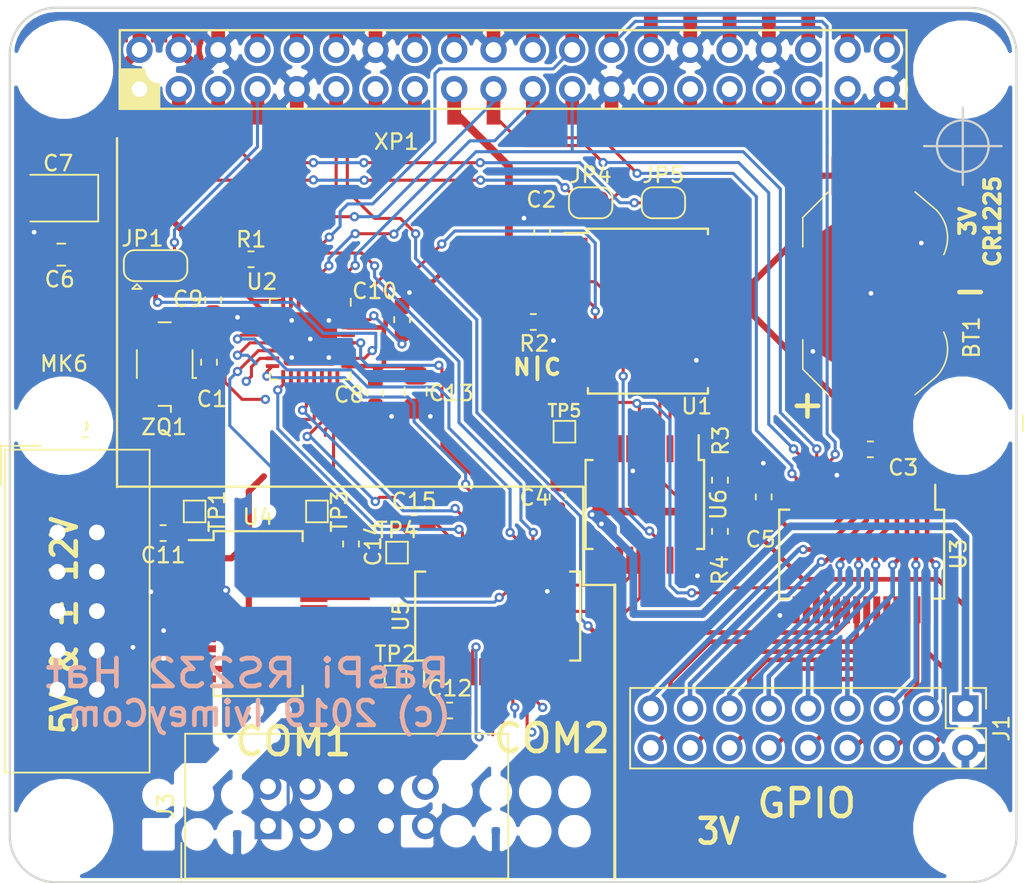
<source format=kicad_pcb>
(kicad_pcb (version 20171130) (host pcbnew "(5.1.0-rc1-139-g5a414a74d)")
  (title_block (title "RasPi Serial Hat") (date 2019-02-26) (rev 1) (company IvimeyCom))
  (layers (0 F.Cu signal) (31 B.Cu signal) (34 B.Paste user hide) (35 F.Paste user hide) (36 B.SilkS user hide) (37 F.SilkS user hide) (38 B.Mask user hide) (39 F.Mask user hide) (44 Edge.Cuts user hide))
  (net 0 "")
  (net 1 GND)
  (net 2 RPI_SPI0_SCLK)
  (net 3 RPI_SPI0_MISO)
  (net 4 RPI_SPI0_MOSI)
  (net 5 RPI_SCL)
  (net 6 RPI_SDA)
  (net 7 RPI_GPCLK0)
  (net 8 "Net-(XP1-Pad40)")
  (net 9 "Net-(XP1-Pad38)")
  (net 10 "Net-(XP1-Pad37)")
  (net 11 "Net-(XP1-Pad36)")
  (net 12 "Net-(XP1-Pad35)")
  (net 13 "Net-(XP1-Pad33)")
  (net 14 "Net-(XP1-Pad32)")
  (net 15 "Net-(XP1-Pad31)")
  (net 16 "Net-(XP1-Pad29)")
  (net 17 /CE1)
  (net 18 "Net-(XP1-Pad28)")
  (net 19 "Net-(XP1-Pad27)")
  (net 20 /CE0)
  (net 21 "Net-(XP1-Pad22)")
  (net 22 "Net-(XP1-Pad18)")
  (net 23 "Net-(XP1-Pad16)")
  (net 24 "Net-(XP1-Pad15)")
  (net 25 "Net-(XP1-Pad12)")
  (net 26 ~SER_IRQ_A)
  (net 27 "Net-(XP1-Pad10)")
  (net 28 "Net-(XP1-Pad8)")
  (net 29 +3V3)
  (net 30 +5V)
  (net 31 /+3Vbat)
  (net 32 ~HAT_RST)
  (net 33 /U_V18)
  (net 34 HAT_CLK)
  (net 35 /ZQ_CLK)
  (net 36 "Net-(C11-Pad2)")
  (net 37 "Net-(C11-Pad1)")
  (net 38 "Net-(C12-Pad2)")
  (net 39 "Net-(C12-Pad1)")
  (net 40 "Net-(J1-Pad16)")
  (net 41 "Net-(J1-Pad15)")
  (net 42 "Net-(J1-Pad14)")
  (net 43 "Net-(J1-Pad13)")
  (net 44 "Net-(J1-Pad12)")
  (net 45 "Net-(J1-Pad11)")
  (net 46 "Net-(J1-Pad10)")
  (net 47 "Net-(J1-Pad9)")
  (net 48 "Net-(J1-Pad8)")
  (net 49 "Net-(J1-Pad7)")
  (net 50 "Net-(J1-Pad6)")
  (net 51 "Net-(J1-Pad5)")
  (net 52 "Net-(J1-Pad4)")
  (net 53 "Net-(J1-Pad3)")
  (net 54 "Net-(C14-Pad2)")
  (net 55 "Net-(C14-Pad1)")
  (net 56 "Net-(C15-Pad2)")
  (net 57 "Net-(C15-Pad1)")
  (net 58 "Net-(JP4-Pad2)")
  (net 59 "Net-(JP5-Pad2)")
  (net 60 /~U_DCD)
  (net 61 /~U_RI)
  (net 62 /~U_RTS)
  (net 63 /~U_CTS)
  (net 64 /~U_DSR)
  (net 65 /~U_DTR)
  (net 66 "Net-(J1-Pad18)")
  (net 67 "Net-(J1-Pad17)")
  (net 68 ~SER_IRQ_B)
  (net 69 "Net-(R3-Pad1)")
  (net 70 "Net-(J2-Pad10)")
  (net 71 /~E0_RI)
  (net 72 /~E0_CTS)
  (net 73 /~E0_RTS)
  (net 74 /~E0_DSR)
  (net 75 /~E0_DTR)
  (net 76 /E0_TX)
  (net 77 /E0_RX)
  (net 78 /~E0_DCD)
  (net 79 "Net-(J3-Pad10)")
  (net 80 /~E_RI)
  (net 81 /~E_CTS)
  (net 82 /~E_RTS)
  (net 83 /~E_DSR)
  (net 84 /~E_DTR)
  (net 85 /~E_DCD)
  (net 86 CLK_INT_SW)
  (net 87 /~U0_RI)
  (net 88 /~U0_DCD)
  (net 89 /~U0_RTS)
  (net 90 /U0_RX)
  (net 91 /U0_TX)
  (net 92 /~U0_CTS)
  (net 93 /~U0_DSR)
  (net 94 /~U0_DTR)
  (net 95 U0_DISABLE)
  (net 96 U1_DISABLE)
  (net 97 /E1_TX)
  (net 98 /E1_RX)
  (net 99 /U1_RX)
  (net 100 /U1_TX)
  (net 101 /V0+)
  (net 102 /V1+)
  (net 103 /V0-)
  (net 104 /V1-)
  (module Connector_IDC:IDC-Header_2x05_P2.54mm_Vertical (layer F.Cu) (at 111.87 113.45 90)
    (fp_text reference J3 (at 1.27 -6.604 90) (layer F.SilkS))
    (fp_text value Conn_02x05_Odd_Even)
    (pad 10 thru_hole oval (at 2.54 10.16 90) (size 1.7272 1.7272) (drill 1.016) (layers *.Cu *.Mask) (net 79 "Net-(J3-Pad10)"))
    (pad 9 thru_hole oval (at 0 10.16 90) (size 1.7272 1.7272) (drill 1.016) (layers *.Cu *.Mask) (net 80 /~E_RI))
    (pad 8 thru_hole oval (at 2.54 7.62 90) (size 1.7272 1.7272) (drill 1.016) (layers *.Cu *.Mask) (net 81 /~E_CTS))
    (pad 7 thru_hole oval (at 0 7.62 90) (size 1.7272 1.7272) (drill 1.016) (layers *.Cu *.Mask) (net 82 /~E_RTS))
    (pad 6 thru_hole oval (at 2.54 5.08 90) (size 1.7272 1.7272) (drill 1.016) (layers *.Cu *.Mask) (net 83 /~E_DSR))
    (pad 5 thru_hole oval (at 0 5.08 90) (size 1.7272 1.7272) (drill 1.016) (layers *.Cu *.Mask) (net 1 GND))
    (pad 4 thru_hole oval (at 2.54 2.54 90) (size 1.7272 1.7272) (drill 1.016) (layers *.Cu *.Mask) (net 84 /~E_DTR))
    (pad 3 thru_hole oval (at 0 2.54 90) (size 1.7272 1.7272) (drill 1.016) (layers *.Cu *.Mask) (net 97 /E1_TX))
    (pad 2 thru_hole oval (at 2.54 0 90) (size 1.7272 1.7272) (drill 1.016) (layers *.Cu *.Mask) (net 98 /E1_RX))
    (pad 1 thru_hole rect (at 0 0 90) (size 1.7272 1.7272) (drill 1.016) (layers *.Cu *.Mask) (net 85 /~E_DCD))
  )
  (module Connector_IDC:IDC-Header_2x05_P2.54mm_Vertical (layer F.Cu) (at 98.28 94.5)
    (fp_text reference J2 (at 1.27 -6.604) (layer F.SilkS))
    (fp_text value Conn_02x05_Odd_Even)
    (pad 10 thru_hole oval (at 2.54 10.16) (size 1.7272 1.7272) (drill 1.016) (layers *.Cu *.Mask) (net 70 "Net-(J2-Pad10)"))
    (pad 9 thru_hole oval (at 0 10.16) (size 1.7272 1.7272) (drill 1.016) (layers *.Cu *.Mask) (net 71 /~E0_RI))
    (pad 8 thru_hole oval (at 2.54 7.62) (size 1.7272 1.7272) (drill 1.016) (layers *.Cu *.Mask) (net 72 /~E0_CTS))
    (pad 7 thru_hole oval (at 0 7.62) (size 1.7272 1.7272) (drill 1.016) (layers *.Cu *.Mask) (net 73 /~E0_RTS))
    (pad 6 thru_hole oval (at 2.54 5.08) (size 1.7272 1.7272) (drill 1.016) (layers *.Cu *.Mask) (net 74 /~E0_DSR))
    (pad 5 thru_hole oval (at 0 5.08) (size 1.7272 1.7272) (drill 1.016) (layers *.Cu *.Mask) (net 1 GND))
    (pad 4 thru_hole oval (at 2.54 2.54) (size 1.7272 1.7272) (drill 1.016) (layers *.Cu *.Mask) (net 75 /~E0_DTR))
    (pad 3 thru_hole oval (at 0 2.54) (size 1.7272 1.7272) (drill 1.016) (layers *.Cu *.Mask) (net 76 /E0_TX))
    (pad 2 thru_hole oval (at 2.54 0) (size 1.7272 1.7272) (drill 1.016) (layers *.Cu *.Mask) (net 77 /E0_RX))
    (pad 1 thru_hole rect (at 0 0) (size 1.7272 1.7272) (drill 1.016) (layers *.Cu *.Mask) (net 78 /~E0_DCD))
  )
  (module Package_SO:SSOP-28_5.3x10.2mm_P0.65mm (layer F.Cu) (at 126.7 99.9 90)
    (fp_text reference U5 (at 0 -6.25 90) (layer F.SilkS))
    (fp_text value LT1137ACG)
    (pad 28 smd rect (at 3.6 -4.225 90) (size 1.75 0.45) (layers F.Cu F.Paste F.Mask) (net 104 /V1-))
    (pad 27 smd rect (at 3.6 -3.575 90) (size 1.75 0.45) (layers F.Cu F.Paste F.Mask) (net 57 "Net-(C15-Pad1)"))
    (pad 26 smd rect (at 3.6 -2.925 90) (size 1.75 0.45) (layers F.Cu F.Paste F.Mask) (net 56 "Net-(C15-Pad2)"))
    (pad 25 smd rect (at 3.6 -2.275 90) (size 1.75 0.45) (layers F.Cu F.Paste F.Mask) (net 100 /U1_TX))
    (pad 24 smd rect (at 3.6 -1.625 90) (size 1.75 0.45) (layers F.Cu F.Paste F.Mask) (net 99 /U1_RX))
    (pad 23 smd rect (at 3.6 -0.975 90) (size 1.75 0.45) (layers F.Cu F.Paste F.Mask) (net 62 /~U_RTS))
    (pad 22 smd rect (at 3.6 -0.325 90) (size 1.75 0.45) (layers F.Cu F.Paste F.Mask) (net 63 /~U_CTS))
    (pad 21 smd rect (at 3.6 0.325 90) (size 1.75 0.45) (layers F.Cu F.Paste F.Mask) (net 60 /~U_DCD))
    (pad 20 smd rect (at 3.6 0.975 90) (size 1.75 0.45) (layers F.Cu F.Paste F.Mask) (net 64 /~U_DSR))
    (pad 19 smd rect (at 3.6 1.625 90) (size 1.75 0.45) (layers F.Cu F.Paste F.Mask) (net 65 /~U_DTR))
    (pad 18 smd rect (at 3.6 2.275 90) (size 1.75 0.45) (layers F.Cu F.Paste F.Mask) (net 61 /~U_RI))
    (pad 17 smd rect (at 3.6 2.925 90) (size 1.75 0.45) (layers F.Cu F.Paste F.Mask) (net 1 GND))
    (pad 16 smd rect (at 3.6 3.575 90) (size 1.75 0.45) (layers F.Cu F.Paste F.Mask) (net 96 U1_DISABLE))
    (pad 15 smd rect (at 3.6 4.225 90) (size 1.75 0.45) (layers F.Cu F.Paste F.Mask))
    (pad 14 smd rect (at -3.6 4.225 90) (size 1.75 0.45) (layers F.Cu F.Paste F.Mask))
    (pad 13 smd rect (at -3.6 3.575 90) (size 1.75 0.45) (layers F.Cu F.Paste F.Mask) (net 30 +5V))
    (pad 12 smd rect (at -3.6 2.925 90) (size 1.75 0.45) (layers F.Cu F.Paste F.Mask) (net 80 /~E_RI))
    (pad 11 smd rect (at -3.6 2.275 90) (size 1.75 0.45) (layers F.Cu F.Paste F.Mask) (net 84 /~E_DTR))
    (pad 10 smd rect (at -3.6 1.625 90) (size 1.75 0.45) (layers F.Cu F.Paste F.Mask) (net 83 /~E_DSR))
    (pad 9 smd rect (at -3.6 0.975 90) (size 1.75 0.45) (layers F.Cu F.Paste F.Mask) (net 85 /~E_DCD))
    (pad 8 smd rect (at -3.6 0.325 90) (size 1.75 0.45) (layers F.Cu F.Paste F.Mask) (net 81 /~E_CTS))
    (pad 7 smd rect (at -3.6 -0.325 90) (size 1.75 0.45) (layers F.Cu F.Paste F.Mask) (net 82 /~E_RTS))
    (pad 6 smd rect (at -3.6 -0.975 90) (size 1.75 0.45) (layers F.Cu F.Paste F.Mask) (net 98 /E1_RX))
    (pad 5 smd rect (at -3.6 -1.625 90) (size 1.75 0.45) (layers F.Cu F.Paste F.Mask) (net 97 /E1_TX))
    (pad 4 smd rect (at -3.6 -2.275 90) (size 1.75 0.45) (layers F.Cu F.Paste F.Mask) (net 38 "Net-(C12-Pad2)"))
    (pad 3 smd rect (at -3.6 -2.925 90) (size 1.75 0.45) (layers F.Cu F.Paste F.Mask) (net 39 "Net-(C12-Pad1)"))
    (pad 2 smd rect (at -3.6 -3.575 90) (size 1.75 0.45) (layers F.Cu F.Paste F.Mask) (net 30 +5V))
    (pad 1 smd rect (at -3.6 -4.225 90) (size 1.75 0.45) (layers F.Cu F.Paste F.Mask) (net 102 /V1+))
  )
  (module Package_SO:SSOP-28_5.3x10.2mm_P0.65mm (layer F.Cu) (at 111.23 99.74)
    (fp_text reference U4 (at 0 -6.25) (layer F.SilkS))
    (fp_text value LT1137ACG)
    (pad 28 smd rect (at 3.6 -4.225) (size 1.75 0.45) (layers F.Cu F.Paste F.Mask) (net 103 /V0-))
    (pad 27 smd rect (at 3.6 -3.575) (size 1.75 0.45) (layers F.Cu F.Paste F.Mask) (net 55 "Net-(C14-Pad1)"))
    (pad 26 smd rect (at 3.6 -2.925) (size 1.75 0.45) (layers F.Cu F.Paste F.Mask) (net 54 "Net-(C14-Pad2)"))
    (pad 25 smd rect (at 3.6 -2.275) (size 1.75 0.45) (layers F.Cu F.Paste F.Mask) (net 91 /U0_TX))
    (pad 24 smd rect (at 3.6 -1.625) (size 1.75 0.45) (layers F.Cu F.Paste F.Mask) (net 90 /U0_RX))
    (pad 23 smd rect (at 3.6 -0.975) (size 1.75 0.45) (layers F.Cu F.Paste F.Mask) (net 89 /~U0_RTS))
    (pad 22 smd rect (at 3.6 -0.325) (size 1.75 0.45) (layers F.Cu F.Paste F.Mask) (net 92 /~U0_CTS))
    (pad 21 smd rect (at 3.6 0.325) (size 1.75 0.45) (layers F.Cu F.Paste F.Mask) (net 88 /~U0_DCD))
    (pad 20 smd rect (at 3.6 0.975) (size 1.75 0.45) (layers F.Cu F.Paste F.Mask) (net 93 /~U0_DSR))
    (pad 19 smd rect (at 3.6 1.625) (size 1.75 0.45) (layers F.Cu F.Paste F.Mask) (net 94 /~U0_DTR))
    (pad 18 smd rect (at 3.6 2.275) (size 1.75 0.45) (layers F.Cu F.Paste F.Mask) (net 87 /~U0_RI))
    (pad 17 smd rect (at 3.6 2.925) (size 1.75 0.45) (layers F.Cu F.Paste F.Mask) (net 1 GND))
    (pad 16 smd rect (at 3.6 3.575) (size 1.75 0.45) (layers F.Cu F.Paste F.Mask) (net 95 U0_DISABLE))
    (pad 15 smd rect (at 3.6 4.225) (size 1.75 0.45) (layers F.Cu F.Paste F.Mask))
    (pad 14 smd rect (at -3.6 4.225) (size 1.75 0.45) (layers F.Cu F.Paste F.Mask))
    (pad 13 smd rect (at -3.6 3.575) (size 1.75 0.45) (layers F.Cu F.Paste F.Mask) (net 30 +5V))
    (pad 12 smd rect (at -3.6 2.925) (size 1.75 0.45) (layers F.Cu F.Paste F.Mask) (net 71 /~E0_RI))
    (pad 11 smd rect (at -3.6 2.275) (size 1.75 0.45) (layers F.Cu F.Paste F.Mask) (net 75 /~E0_DTR))
    (pad 10 smd rect (at -3.6 1.625) (size 1.75 0.45) (layers F.Cu F.Paste F.Mask) (net 74 /~E0_DSR))
    (pad 9 smd rect (at -3.6 0.975) (size 1.75 0.45) (layers F.Cu F.Paste F.Mask) (net 78 /~E0_DCD))
    (pad 8 smd rect (at -3.6 0.325) (size 1.75 0.45) (layers F.Cu F.Paste F.Mask) (net 72 /~E0_CTS))
    (pad 7 smd rect (at -3.6 -0.325) (size 1.75 0.45) (layers F.Cu F.Paste F.Mask) (net 73 /~E0_RTS))
    (pad 6 smd rect (at -3.6 -0.975) (size 1.75 0.45) (layers F.Cu F.Paste F.Mask) (net 77 /E0_RX))
    (pad 5 smd rect (at -3.6 -1.625) (size 1.75 0.45) (layers F.Cu F.Paste F.Mask) (net 76 /E0_TX))
    (pad 4 smd rect (at -3.6 -2.275) (size 1.75 0.45) (layers F.Cu F.Paste F.Mask) (net 36 "Net-(C11-Pad2)"))
    (pad 3 smd rect (at -3.6 -2.925) (size 1.75 0.45) (layers F.Cu F.Paste F.Mask) (net 37 "Net-(C11-Pad1)"))
    (pad 2 smd rect (at -3.6 -3.575) (size 1.75 0.45) (layers F.Cu F.Paste F.Mask) (net 30 +5V))
    (pad 1 smd rect (at -3.6 -4.225) (size 1.75 0.45) (layers F.Cu F.Paste F.Mask) (net 101 /V0+))
  )
  (module TestPoint:TestPoint_Pad_1.0x1.0mm (layer F.Cu) (at 120.2 95.8)
    (fp_text reference TP4 (at 0 -1.448) (layer F.SilkS))
    (fp_text value TestPoint)
    (pad 1 smd rect (at 0 0) (size 1 1) (layers F.Cu F.Mask) (net 104 /V1-))
  )
  (module TestPoint:TestPoint_Pad_1.0x1.0mm (layer F.Cu) (at 115.03 93.14 270)
    (fp_text reference TP3 (at 0 -1.448 270) (layer F.SilkS))
    (fp_text value TestPoint)
    (pad 1 smd rect (at 0 0 270) (size 1 1) (layers F.Cu F.Mask) (net 103 /V0-))
  )
  (module TestPoint:TestPoint_Pad_1.0x1.0mm (layer F.Cu) (at 120.1 103.8)
    (fp_text reference TP2 (at 0 -1.448) (layer F.SilkS))
    (fp_text value TestPoint)
    (pad 1 smd rect (at 0 0) (size 1 1) (layers F.Cu F.Mask) (net 102 /V1+))
  )
  (module TestPoint:TestPoint_Pad_1.0x1.0mm (layer F.Cu) (at 107.13 93.14 270)
    (fp_text reference TP1 (at 0 -1.448 270) (layer F.SilkS))
    (fp_text value TestPoint)
    (pad 1 smd rect (at 0 0 270) (size 1 1) (layers F.Cu F.Mask) (net 101 /V0+))
  )
  (module Capacitor_SMD:C_0603_1608Metric_Pad1.05x0.95mm_HandSolder (layer F.Cu) (at 121.3 93.9)
    (fp_text reference C15 (at 0 -1.43) (layer F.SilkS))
    (fp_text value 100nF)
    (pad 2 smd roundrect (at 0.875 0) (size 1.05 0.95) (layers F.Cu F.Paste F.Mask) (net 56 "Net-(C15-Pad2)"))
    (pad 1 smd roundrect (at -0.875 0) (size 1.05 0.95) (layers F.Cu F.Paste F.Mask) (net 57 "Net-(C15-Pad1)"))
  )
  (module Capacitor_SMD:C_0603_1608Metric_Pad1.05x0.95mm_HandSolder (layer F.Cu) (at 117.23 95.24 270)
    (fp_text reference C14 (at 0 -1.43 270) (layer F.SilkS))
    (fp_text value 100nF)
    (pad 2 smd roundrect (at 0.875 0 270) (size 1.05 0.95) (layers F.Cu F.Paste F.Mask) (net 54 "Net-(C14-Pad2)"))
    (pad 1 smd roundrect (at -0.875 0 270) (size 1.05 0.95) (layers F.Cu F.Paste F.Mask) (net 55 "Net-(C14-Pad1)"))
  )
  (module Capacitor_SMD:C_0603_1608Metric_Pad1.05x0.95mm_HandSolder (layer F.Cu) (at 123.6 106)
    (fp_text reference C12 (at 0 -1.43) (layer F.SilkS))
    (fp_text value 100nF)
    (pad 2 smd roundrect (at 0.875 0) (size 1.05 0.95) (layers F.Cu F.Paste F.Mask) (net 38 "Net-(C12-Pad2)"))
    (pad 1 smd roundrect (at -0.875 0) (size 1.05 0.95) (layers F.Cu F.Paste F.Mask) (net 39 "Net-(C12-Pad1)"))
  )
  (module Capacitor_SMD:C_0603_1608Metric_Pad1.05x0.95mm_HandSolder (layer F.Cu) (at 105.1 94.54 180)
    (fp_text reference C11 (at 0 -1.43 180) (layer F.SilkS))
    (fp_text value 100nF)
    (pad 2 smd roundrect (at 0.875 0 180) (size 1.05 0.95) (layers F.Cu F.Paste F.Mask) (net 36 "Net-(C11-Pad2)"))
    (pad 1 smd roundrect (at -0.875 0 180) (size 1.05 0.95) (layers F.Cu F.Paste F.Mask) (net 37 "Net-(C11-Pad1)"))
  )
  (module Connector_PinHeader_2.54mm:PinHeader_2x09_P2.54mm_Vertical (layer F.Cu) (at 156.9 105.875 270)
    (fp_text reference J1 (at 1.27 -2.33 270) (layer F.SilkS))
    (fp_text value Conn_02x09_Odd_Even)
    (pad 18 thru_hole oval (at 2.54 20.32 270) (size 1.7 1.7) (drill 1) (layers *.Cu *.Mask) (net 66 "Net-(J1-Pad18)"))
    (pad 17 thru_hole oval (at 0 20.32 270) (size 1.7 1.7) (drill 1) (layers *.Cu *.Mask) (net 67 "Net-(J1-Pad17)"))
    (pad 16 thru_hole oval (at 2.54 17.78 270) (size 1.7 1.7) (drill 1) (layers *.Cu *.Mask) (net 40 "Net-(J1-Pad16)"))
    (pad 15 thru_hole oval (at 0 17.78 270) (size 1.7 1.7) (drill 1) (layers *.Cu *.Mask) (net 41 "Net-(J1-Pad15)"))
    (pad 14 thru_hole oval (at 2.54 15.24 270) (size 1.7 1.7) (drill 1) (layers *.Cu *.Mask) (net 42 "Net-(J1-Pad14)"))
    (pad 13 thru_hole oval (at 0 15.24 270) (size 1.7 1.7) (drill 1) (layers *.Cu *.Mask) (net 43 "Net-(J1-Pad13)"))
    (pad 12 thru_hole oval (at 2.54 12.7 270) (size 1.7 1.7) (drill 1) (layers *.Cu *.Mask) (net 44 "Net-(J1-Pad12)"))
    (pad 11 thru_hole oval (at 0 12.7 270) (size 1.7 1.7) (drill 1) (layers *.Cu *.Mask) (net 45 "Net-(J1-Pad11)"))
    (pad 10 thru_hole oval (at 2.54 10.16 270) (size 1.7 1.7) (drill 1) (layers *.Cu *.Mask) (net 46 "Net-(J1-Pad10)"))
    (pad 9 thru_hole oval (at 0 10.16 270) (size 1.7 1.7) (drill 1) (layers *.Cu *.Mask) (net 47 "Net-(J1-Pad9)"))
    (pad 8 thru_hole oval (at 2.54 7.62 270) (size 1.7 1.7) (drill 1) (layers *.Cu *.Mask) (net 48 "Net-(J1-Pad8)"))
    (pad 7 thru_hole oval (at 0 7.62 270) (size 1.7 1.7) (drill 1) (layers *.Cu *.Mask) (net 49 "Net-(J1-Pad7)"))
    (pad 6 thru_hole oval (at 2.54 5.08 270) (size 1.7 1.7) (drill 1) (layers *.Cu *.Mask) (net 50 "Net-(J1-Pad6)"))
    (pad 5 thru_hole oval (at 0 5.08 270) (size 1.7 1.7) (drill 1) (layers *.Cu *.Mask) (net 51 "Net-(J1-Pad5)"))
    (pad 4 thru_hole oval (at 2.54 2.54 270) (size 1.7 1.7) (drill 1) (layers *.Cu *.Mask) (net 52 "Net-(J1-Pad4)"))
    (pad 3 thru_hole oval (at 0 2.54 270) (size 1.7 1.7) (drill 1) (layers *.Cu *.Mask) (net 53 "Net-(J1-Pad3)"))
    (pad 2 thru_hole oval (at 2.54 0 270) (size 1.7 1.7) (drill 1) (layers *.Cu *.Mask) (net 1 GND))
    (pad 1 thru_hole rect (at 0 0 270) (size 1.7 1.7) (drill 1) (layers *.Cu *.Mask) (net 29 +3V3))
  )
  (module Package_SO:SSOP-20_5.3x7.2mm_P0.65mm (layer F.Cu) (at 136.2 92.69 270)
    (fp_text reference U6 (at 0 -4.75 270) (layer F.SilkS))
    (fp_text value MCP23009-ESS)
    (pad 20 smd rect (at 3.6 -2.925 270) (size 1.75 0.45) (layers F.Cu F.Paste F.Mask) (net 1 GND))
    (pad 19 smd rect (at 3.6 -2.275 270) (size 1.75 0.45) (layers F.Cu F.Paste F.Mask))
    (pad 18 smd rect (at 3.6 -1.625 270) (size 1.75 0.45) (layers F.Cu F.Paste F.Mask))
    (pad 17 smd rect (at 3.6 -0.975 270) (size 1.75 0.45) (layers F.Cu F.Paste F.Mask) (net 86 CLK_INT_SW))
    (pad 16 smd rect (at 3.6 -0.325 270) (size 1.75 0.45) (layers F.Cu F.Paste F.Mask))
    (pad 15 smd rect (at 3.6 0.325 270) (size 1.75 0.45) (layers F.Cu F.Paste F.Mask) (net 95 U0_DISABLE))
    (pad 14 smd rect (at 3.6 0.975 270) (size 1.75 0.45) (layers F.Cu F.Paste F.Mask) (net 96 U1_DISABLE))
    (pad 13 smd rect (at 3.6 1.625 270) (size 1.75 0.45) (layers F.Cu F.Paste F.Mask))
    (pad 12 smd rect (at 3.6 2.275 270) (size 1.75 0.45) (layers F.Cu F.Paste F.Mask))
    (pad 11 smd rect (at 3.6 2.925 270) (size 1.75 0.45) (layers F.Cu F.Paste F.Mask))
    (pad 10 smd rect (at -3.6 2.925 270) (size 1.75 0.45) (layers F.Cu F.Paste F.Mask))
    (pad 9 smd rect (at -3.6 2.275 270) (size 1.75 0.45) (layers F.Cu F.Paste F.Mask))
    (pad 8 smd rect (at -3.6 1.625 270) (size 1.75 0.45) (layers F.Cu F.Paste F.Mask))
    (pad 7 smd rect (at -3.6 0.975 270) (size 1.75 0.45) (layers F.Cu F.Paste F.Mask) (net 1 GND))
    (pad 6 smd rect (at -3.6 0.325 270) (size 1.75 0.45) (layers F.Cu F.Paste F.Mask) (net 32 ~HAT_RST))
    (pad 5 smd rect (at -3.6 -0.325 270) (size 1.75 0.45) (layers F.Cu F.Paste F.Mask) (net 69 "Net-(R3-Pad1)"))
    (pad 4 smd rect (at -3.6 -0.975 270) (size 1.75 0.45) (layers F.Cu F.Paste F.Mask) (net 6 RPI_SDA))
    (pad 3 smd rect (at -3.6 -1.625 270) (size 1.75 0.45) (layers F.Cu F.Paste F.Mask) (net 5 RPI_SCL))
    (pad 2 smd rect (at -3.6 -2.275 270) (size 1.75 0.45) (layers F.Cu F.Paste F.Mask))
    (pad 1 smd rect (at -3.6 -2.925 270) (size 1.75 0.45) (layers F.Cu F.Paste F.Mask) (net 29 +3V3))
  )
  (module Resistor_SMD:R_0603_1608Metric_Pad1.05x0.95mm_HandSolder (layer F.Cu) (at 141.05 94.43 270)
    (fp_text reference R4 (at 2.5 0 270) (layer F.SilkS))
    (fp_text value R)
    (pad 2 smd roundrect (at 0.875 0 270) (size 1.05 0.95) (layers F.Cu F.Paste F.Mask) (net 1 GND))
    (pad 1 smd roundrect (at -0.875 0 270) (size 1.05 0.95) (layers F.Cu F.Paste F.Mask) (net 69 "Net-(R3-Pad1)"))
  )
  (module Resistor_SMD:R_0603_1608Metric_Pad1.05x0.95mm_HandSolder (layer F.Cu) (at 141.05 91.12 90)
    (fp_text reference R3 (at 2.55 0.05 90) (layer F.SilkS))
    (fp_text value R)
    (pad 2 smd roundrect (at 0.875 0 90) (size 1.05 0.95) (layers F.Cu F.Paste F.Mask) (net 29 +3V3))
    (pad 1 smd roundrect (at -0.875 0 90) (size 1.05 0.95) (layers F.Cu F.Paste F.Mask) (net 69 "Net-(R3-Pad1)"))
  )
  (module TestPoint:TestPoint_Pad_1.0x1.0mm (layer F.Cu) (at 131.01 87.99 90)
    (fp_text reference TP5 (at 1.35 0 180) (layer F.SilkS) (effects (font (size 0.8 0.8))))
    (fp_text value TestPoint)
    (pad 1 smd rect (at 0 0 90) (size 1 1) (layers F.Cu F.Mask) (net 32 ~HAT_RST))
  )
  (module Capacitor_SMD:C_0603_1608Metric_Pad1.05x0.95mm_HandSolder (layer F.Cu) (at 150.76 89.13 180)
    (fp_text reference C3 (at -2.125 -1.175) (layer F.SilkS))
    (fp_text value 100nF)
    (pad 2 smd roundrect (at 0.875 0 180) (size 1.05 0.95) (layers F.Cu F.Paste F.Mask) (net 1 GND))
    (pad 1 smd roundrect (at -0.875 0 180) (size 1.05 0.95) (layers F.Cu F.Paste F.Mask) (net 31 /+3Vbat))
  )
  (module Resistor_SMD:R_0603_1608Metric_Pad1.05x0.95mm_HandSolder (layer F.Cu) (at 129 80.9 180)
    (fp_text reference R2 (at -0.07 -1.4 180) (layer F.SilkS))
    (fp_text value NC)
    (pad 2 smd roundrect (at 0.875 0 180) (size 1.05 0.95) (layers F.Cu F.Paste F.Mask) (net 29 +3V3))
    (pad 1 smd roundrect (at -0.875 0 180) (size 1.05 0.95) (layers F.Cu F.Paste F.Mask) (net 32 ~HAT_RST))
  )
  (module Capacitor_SMD:C_0603_1608Metric_Pad1.05x0.95mm_HandSolder (layer F.Cu) (at 130.575 92.2 270)
    (fp_text reference C4 (at 0.05 1.5) (layer F.SilkS))
    (fp_text value C)
    (pad 2 smd roundrect (at 0.875 0 270) (size 1.05 0.95) (layers F.Cu F.Paste F.Mask) (net 1 GND))
    (pad 1 smd roundrect (at -0.875 0 270) (size 1.05 0.95) (layers F.Cu F.Paste F.Mask) (net 29 +3V3))
  )
  (module hat:M2.5_Mounting_Hole (layer F.Cu) (at 98.7 87.6)
    (fp_text reference MK6 (at 0 -4) (layer F.SilkS))
    (fp_text value MountingHole)
    (pad "" np_thru_hole circle (at 0 0) (size 2.75 2.75) (drill 2.75) (layers *.Cu *.Mask) (clearance 1.8))
  )
  (module hat:M2.5_Mounting_Hole (layer F.Cu) (at 156.7 87.6)
    (fp_text reference MK5 (at 5.25 -0.1) (layer F.SilkS))
    (fp_text value MountingHole)
    (pad "" np_thru_hole circle (at 0 0) (size 2.75 2.75) (drill 2.75) (layers *.Cu *.Mask) (clearance 1.8))
  )
  (module Package_SO:SSOP-28_5.3x10.2mm_P0.65mm (layer F.Cu) (at 150.2 95.9 270)
    (fp_text reference U3 (at 0 -6.25 270) (layer F.SilkS))
    (fp_text value MCP23S17_SS)
    (pad 28 smd rect (at 3.6 -4.225 270) (size 1.75 0.45) (layers F.Cu F.Paste F.Mask) (net 52 "Net-(J1-Pad4)"))
    (pad 27 smd rect (at 3.6 -3.575 270) (size 1.75 0.45) (layers F.Cu F.Paste F.Mask) (net 50 "Net-(J1-Pad6)"))
    (pad 26 smd rect (at 3.6 -2.925 270) (size 1.75 0.45) (layers F.Cu F.Paste F.Mask) (net 48 "Net-(J1-Pad8)"))
    (pad 25 smd rect (at 3.6 -2.275 270) (size 1.75 0.45) (layers F.Cu F.Paste F.Mask) (net 46 "Net-(J1-Pad10)"))
    (pad 24 smd rect (at 3.6 -1.625 270) (size 1.75 0.45) (layers F.Cu F.Paste F.Mask) (net 44 "Net-(J1-Pad12)"))
    (pad 23 smd rect (at 3.6 -0.975 270) (size 1.75 0.45) (layers F.Cu F.Paste F.Mask) (net 42 "Net-(J1-Pad14)"))
    (pad 22 smd rect (at 3.6 -0.325 270) (size 1.75 0.45) (layers F.Cu F.Paste F.Mask) (net 40 "Net-(J1-Pad16)"))
    (pad 21 smd rect (at 3.6 0.325 270) (size 1.75 0.45) (layers F.Cu F.Paste F.Mask) (net 66 "Net-(J1-Pad18)"))
    (pad 20 smd rect (at 3.6 0.975 270) (size 1.75 0.45) (layers F.Cu F.Paste F.Mask) (net 68 ~SER_IRQ_B))
    (pad 19 smd rect (at 3.6 1.625 270) (size 1.75 0.45) (layers F.Cu F.Paste F.Mask) (net 68 ~SER_IRQ_B))
    (pad 18 smd rect (at 3.6 2.275 270) (size 1.75 0.45) (layers F.Cu F.Paste F.Mask) (net 32 ~HAT_RST))
    (pad 17 smd rect (at 3.6 2.925 270) (size 1.75 0.45) (layers F.Cu F.Paste F.Mask) (net 1 GND))
    (pad 16 smd rect (at 3.6 3.575 270) (size 1.75 0.45) (layers F.Cu F.Paste F.Mask) (net 1 GND))
    (pad 15 smd rect (at 3.6 4.225 270) (size 1.75 0.45) (layers F.Cu F.Paste F.Mask) (net 1 GND))
    (pad 14 smd rect (at -3.6 4.225 270) (size 1.75 0.45) (layers F.Cu F.Paste F.Mask) (net 3 RPI_SPI0_MISO))
    (pad 13 smd rect (at -3.6 3.575 270) (size 1.75 0.45) (layers F.Cu F.Paste F.Mask) (net 4 RPI_SPI0_MOSI))
    (pad 12 smd rect (at -3.6 2.925 270) (size 1.75 0.45) (layers F.Cu F.Paste F.Mask) (net 2 RPI_SPI0_SCLK))
    (pad 11 smd rect (at -3.6 2.275 270) (size 1.75 0.45) (layers F.Cu F.Paste F.Mask) (net 17 /CE1))
    (pad 10 smd rect (at -3.6 1.625 270) (size 1.75 0.45) (layers F.Cu F.Paste F.Mask) (net 1 GND))
    (pad 9 smd rect (at -3.6 0.975 270) (size 1.75 0.45) (layers F.Cu F.Paste F.Mask) (net 29 +3V3))
    (pad 8 smd rect (at -3.6 0.325 270) (size 1.75 0.45) (layers F.Cu F.Paste F.Mask) (net 67 "Net-(J1-Pad17)"))
    (pad 7 smd rect (at -3.6 -0.325 270) (size 1.75 0.45) (layers F.Cu F.Paste F.Mask) (net 41 "Net-(J1-Pad15)"))
    (pad 6 smd rect (at -3.6 -0.975 270) (size 1.75 0.45) (layers F.Cu F.Paste F.Mask) (net 43 "Net-(J1-Pad13)"))
    (pad 5 smd rect (at -3.6 -1.625 270) (size 1.75 0.45) (layers F.Cu F.Paste F.Mask) (net 45 "Net-(J1-Pad11)"))
    (pad 4 smd rect (at -3.6 -2.275 270) (size 1.75 0.45) (layers F.Cu F.Paste F.Mask) (net 47 "Net-(J1-Pad9)"))
    (pad 3 smd rect (at -3.6 -2.925 270) (size 1.75 0.45) (layers F.Cu F.Paste F.Mask) (net 49 "Net-(J1-Pad7)"))
    (pad 2 smd rect (at -3.6 -3.575 270) (size 1.75 0.45) (layers F.Cu F.Paste F.Mask) (net 51 "Net-(J1-Pad5)"))
    (pad 1 smd rect (at -3.6 -4.225 270) (size 1.75 0.45) (layers F.Cu F.Paste F.Mask) (net 53 "Net-(J1-Pad3)"))
  )
  (module Jumper:SolderJumper-2_P1.3mm_Open_RoundedPad1.0x1.5mm (layer F.Cu) (at 137.4 73.2)
    (fp_text reference JP5 (at 0 -1.8) (layer F.SilkS))
    (fp_text value Jumper_2_Open)
    (pad 2 smd custom (at 0.65 0) (size 1 0.5) (layers F.Cu F.Mask) (net 59 "Net-(JP5-Pad2)") (options (clearance outline) (anchor rect)) (primitives (gr_circle (center 0 0.25) (end 0.5 0.25) (width 0)) (gr_circle (center 0 -0.25) (end 0.5 -0.25) (width 0)) (gr_poly (pts (xy 0 -0.75) (xy -0.5 -0.75) (xy -0.5 0.75) (xy 0 0.75)) (width 0))))
    (pad 1 smd custom (at -0.65 0) (size 1 0.5) (layers F.Cu F.Mask) (net 5 RPI_SCL) (options (clearance outline) (anchor rect)) (primitives (gr_circle (center 0 0.25) (end 0.5 0.25) (width 0)) (gr_circle (center 0 -0.25) (end 0.5 -0.25) (width 0)) (gr_poly (pts (xy 0 -0.75) (xy 0.5 -0.75) (xy 0.5 0.75) (xy 0 0.75)) (width 0))))
  )
  (module Jumper:SolderJumper-2_P1.3mm_Open_RoundedPad1.0x1.5mm (layer F.Cu) (at 132.7 73.2)
    (fp_text reference JP4 (at 0 -1.8) (layer F.SilkS))
    (fp_text value Jumper_2_Open)
    (pad 2 smd custom (at 0.65 0) (size 1 0.5) (layers F.Cu F.Mask) (net 58 "Net-(JP4-Pad2)") (options (clearance outline) (anchor rect)) (primitives (gr_circle (center 0 0.25) (end 0.5 0.25) (width 0)) (gr_circle (center 0 -0.25) (end 0.5 -0.25) (width 0)) (gr_poly (pts (xy 0 -0.75) (xy -0.5 -0.75) (xy -0.5 0.75) (xy 0 0.75)) (width 0))))
    (pad 1 smd custom (at -0.65 0) (size 1 0.5) (layers F.Cu F.Mask) (net 6 RPI_SDA) (options (clearance outline) (anchor rect)) (primitives (gr_circle (center 0 0.25) (end 0.5 0.25) (width 0)) (gr_circle (center 0 -0.25) (end 0.5 -0.25) (width 0)) (gr_poly (pts (xy 0 -0.75) (xy 0.5 -0.75) (xy 0.5 0.75) (xy 0 0.75)) (width 0))))
  )
  (module Capacitor_SMD:C_0805_2012Metric_Pad1.15x1.40mm_HandSolder (layer F.Cu) (at 121.4 85.4 270)
    (fp_text reference C13 (at 0.1 -2.3) (layer F.SilkS))
    (fp_text value C)
    (pad 2 smd roundrect (at 1.025 0 270) (size 1.15 1.4) (layers F.Cu F.Paste F.Mask) (roundrect_rratio 0.217391) (net 1 GND))
    (pad 1 smd roundrect (at -1.025 0 270) (size 1.15 1.4) (layers F.Cu F.Paste F.Mask) (roundrect_rratio 0.217391) (net 29 +3V3))
  )
  (module Capacitor_SMD:C_0603_1608Metric_Pad1.05x0.95mm_HandSolder (layer F.Cu) (at 118.8 85.5 270)
    (fp_text reference C8 (at 0.1 1.7) (layer F.SilkS))
    (fp_text value C)
    (pad 2 smd roundrect (at 0.875 0 270) (size 1.05 0.95) (layers F.Cu F.Paste F.Mask) (net 1 GND))
    (pad 1 smd roundrect (at -0.875 0 270) (size 1.05 0.95) (layers F.Cu F.Paste F.Mask) (net 29 +3V3))
  )
  (module Capacitor_SMD:C_0603_1608Metric_Pad1.05x0.95mm_HandSolder (layer F.Cu) (at 108.06 83.5 90)
    (fp_text reference C1 (at -2.38 0.18) (layer F.SilkS))
    (fp_text value 100nF)
    (pad 2 smd roundrect (at 0.875 0 90) (size 1.05 0.95) (layers F.Cu F.Paste F.Mask) (net 1 GND))
    (pad 1 smd roundrect (at -0.875 0 90) (size 1.05 0.95) (layers F.Cu F.Paste F.Mask) (net 29 +3V3))
  )
  (module Capacitor_Tantalum_SMD:CP_EIA-3528-12_Kemet-T_Pad1.50x2.35mm_HandSolder (layer F.Cu) (at 98.27 72.9 180)
    (fp_text reference C7 (at -0.05 2.25 180) (layer F.SilkS))
    (fp_text value C)
    (pad 2 smd roundrect (at 1.625 0 180) (size 1.5 2.35) (layers F.Cu F.Paste F.Mask) (roundrect_rratio 0.166667) (net 1 GND))
    (pad 1 smd roundrect (at -1.625 0 180) (size 1.5 2.35) (layers F.Cu F.Paste F.Mask) (roundrect_rratio 0.166667) (net 30 +5V))
  )
  (module Capacitor_SMD:C_0805_2012Metric_Pad1.15x1.40mm_HandSolder (layer F.Cu) (at 98.52 76.55 180)
    (fp_text reference C6 (at 0.1 -1.6 180) (layer F.SilkS))
    (fp_text value C)
    (pad 2 smd roundrect (at 1.025 0 180) (size 1.15 1.4) (layers F.Cu F.Paste F.Mask) (roundrect_rratio 0.217391) (net 1 GND))
    (pad 1 smd roundrect (at -1.025 0 180) (size 1.15 1.4) (layers F.Cu F.Paste F.Mask) (roundrect_rratio 0.217391) (net 30 +5V))
  )
  (module Battery:BatteryHolder_LINX_BAT-HLD-012-SMT (layer F.Cu) (at 150.8 79.05 90)
    (fp_text reference BT1 (at -2.85 6.5 90) (layer F.SilkS))
    (fp_text value Battery_Cell)
    (pad 2 smd circle (at 0 0 90) (size 10.2 10.2) (layers F.Cu F.Paste F.Mask) (net 1 GND))
    (pad 1 smd rect (at 7.6 0 90) (size 2.5 5.1) (layers F.Cu F.Paste F.Mask) (net 31 /+3Vbat))
    (pad 1 smd rect (at -7.6 0 90) (size 2.5 5.1) (layers F.Cu F.Paste F.Mask) (net 31 /+3Vbat))
  )
  (module Package_DFN_QFN:QFN-32-1EP_5x5mm_P0.5mm_EP3.45x3.45mm (layer F.Cu) (at 114.6 82 270)
    (fp_text reference U2 (at -3.7 3.125) (layer F.SilkS))
    (fp_text value MAX3109)
    (pad 32 smd roundrect (at -1.75 -2.4375 270) (size 0.25 0.875) (layers F.Cu F.Paste F.Mask) (net 29 +3V3))
    (pad 31 smd roundrect (at -1.25 -2.4375 270) (size 0.25 0.875) (layers F.Cu F.Paste F.Mask) (net 33 /U_V18))
    (pad 30 smd roundrect (at -0.75 -2.4375 270) (size 0.25 0.875) (layers F.Cu F.Paste F.Mask) (net 29 +3V3))
    (pad 29 smd roundrect (at -0.25 -2.4375 270) (size 0.25 0.875) (layers F.Cu F.Paste F.Mask) (net 1 GND))
    (pad 28 smd roundrect (at 0.25 -2.4375 270) (size 0.25 0.875) (layers F.Cu F.Paste F.Mask) (net 60 /~U_DCD))
    (pad 27 smd roundrect (at 0.75 -2.4375 270) (size 0.25 0.875) (layers F.Cu F.Paste F.Mask))
    (pad 26 smd roundrect (at 1.25 -2.4375 270) (size 0.25 0.875) (layers F.Cu F.Paste F.Mask) (net 34 HAT_CLK))
    (pad 25 smd roundrect (at 1.75 -2.4375 270) (size 0.25 0.875) (layers F.Cu F.Paste F.Mask) (net 29 +3V3))
    (pad 24 smd roundrect (at 2.4375 -1.75 270) (size 0.875 0.25) (layers F.Cu F.Paste F.Mask) (net 87 /~U0_RI))
    (pad 23 smd roundrect (at 2.4375 -1.25 270) (size 0.875 0.25) (layers F.Cu F.Paste F.Mask) (net 88 /~U0_DCD))
    (pad 22 smd roundrect (at 2.4375 -0.75 270) (size 0.875 0.25) (layers F.Cu F.Paste F.Mask) (net 62 /~U_RTS))
    (pad 21 smd roundrect (at 2.4375 -0.25 270) (size 0.875 0.25) (layers F.Cu F.Paste F.Mask) (net 89 /~U0_RTS))
    (pad 20 smd roundrect (at 2.4375 0.25 270) (size 0.875 0.25) (layers F.Cu F.Paste F.Mask) (net 99 /U1_RX))
    (pad 19 smd roundrect (at 2.4375 0.75 270) (size 0.875 0.25) (layers F.Cu F.Paste F.Mask) (net 90 /U0_RX))
    (pad 18 smd roundrect (at 2.4375 1.25 270) (size 0.875 0.25) (layers F.Cu F.Paste F.Mask) (net 91 /U0_TX))
    (pad 17 smd roundrect (at 2.4375 1.75 270) (size 0.875 0.25) (layers F.Cu F.Paste F.Mask) (net 100 /U1_TX))
    (pad 16 smd roundrect (at 1.75 2.4375 270) (size 0.25 0.875) (layers F.Cu F.Paste F.Mask) (net 63 /~U_CTS))
    (pad 15 smd roundrect (at 1.25 2.4375 270) (size 0.25 0.875) (layers F.Cu F.Paste F.Mask) (net 92 /~U0_CTS))
    (pad 14 smd roundrect (at 0.75 2.4375 270) (size 0.25 0.875) (layers F.Cu F.Paste F.Mask) (net 64 /~U_DSR))
    (pad 13 smd roundrect (at 0.25 2.4375 270) (size 0.25 0.875) (layers F.Cu F.Paste F.Mask) (net 93 /~U0_DSR))
    (pad 12 smd roundrect (at -0.25 2.4375 270) (size 0.25 0.875) (layers F.Cu F.Paste F.Mask) (net 65 /~U_DTR))
    (pad 11 smd roundrect (at -0.75 2.4375 270) (size 0.25 0.875) (layers F.Cu F.Paste F.Mask) (net 94 /~U0_DTR))
    (pad 10 smd roundrect (at -1.25 2.4375 270) (size 0.25 0.875) (layers F.Cu F.Paste F.Mask) (net 1 GND))
    (pad 9 smd roundrect (at -1.75 2.4375 270) (size 0.25 0.875) (layers F.Cu F.Paste F.Mask) (net 29 +3V3))
    (pad 8 smd roundrect (at -2.4375 1.75 270) (size 0.875 0.25) (layers F.Cu F.Paste F.Mask) (net 29 +3V3))
    (pad 7 smd roundrect (at -2.4375 1.25 270) (size 0.875 0.25) (layers F.Cu F.Paste F.Mask) (net 26 ~SER_IRQ_A))
    (pad 6 smd roundrect (at -2.4375 0.75 270) (size 0.875 0.25) (layers F.Cu F.Paste F.Mask) (net 4 RPI_SPI0_MOSI))
    (pad 5 smd roundrect (at -2.4375 0.25 270) (size 0.875 0.25) (layers F.Cu F.Paste F.Mask) (net 20 /CE0))
    (pad 4 smd roundrect (at -2.4375 -0.25 270) (size 0.875 0.25) (layers F.Cu F.Paste F.Mask) (net 61 /~U_RI))
    (pad 3 smd roundrect (at -2.4375 -0.75 270) (size 0.875 0.25) (layers F.Cu F.Paste F.Mask) (net 2 RPI_SPI0_SCLK))
    (pad 2 smd roundrect (at -2.4375 -1.25 270) (size 0.875 0.25) (layers F.Cu F.Paste F.Mask) (net 3 RPI_SPI0_MISO))
    (pad 1 smd roundrect (at -2.4375 -1.75 270) (size 0.875 0.25) (layers F.Cu F.Paste F.Mask) (net 32 ~HAT_RST))
    (pad 33 smd roundrect (at 0 0 270) (size 3.45 3.45) (layers F.Cu F.Mask) (roundrect_rratio 0.072464) (net 1 GND))
  )
  (module Crystal:Crystal_SMD_Abracon_ABM3B-4Pin_5.0x3.2mm (layer F.Cu) (at 105.2 83.62 90)
    (fp_text reference ZQ1 (at -4.07 -0.04) (layer F.SilkS))
    (fp_text value ASFL1-oscillator)
    (pad 4 smd rect (at -2 -1.2 90) (size 1.8 1.2) (layers F.Cu F.Paste F.Mask) (net 29 +3V3))
    (pad 3 smd rect (at 2 -1.2 90) (size 1.8 1.2) (layers F.Cu F.Paste F.Mask) (net 35 /ZQ_CLK))
    (pad 2 smd rect (at 2 1.2 90) (size 1.8 1.2) (layers F.Cu F.Paste F.Mask) (net 1 GND))
    (pad 1 smd rect (at -2 1.2 90) (size 1.8 1.2) (layers F.Cu F.Paste F.Mask) (net 29 +3V3))
  )
  (module Jumper:SolderJumper-3_P1.3mm_Open_RoundedPad1.0x1.5mm (layer F.Cu) (at 104.61 77.26)
    (fp_text reference JP1 (at -0.85 -1.75) (layer F.SilkS))
    (fp_text value Jumper_3_Open)
    (pad 2 smd rect (at 0 0) (size 1 1.5) (layers F.Cu F.Mask) (net 34 HAT_CLK))
    (pad 3 smd custom (at 1.3 0) (size 1 0.5) (layers F.Cu F.Mask) (net 7 RPI_GPCLK0) (options (clearance outline) (anchor rect)) (primitives (gr_circle (center 0 0.25) (end 0.5 0.25) (width 0)) (gr_circle (center 0 -0.25) (end 0.5 -0.25) (width 0)) (gr_poly (pts (xy -0.55 -0.75) (xy 0 -0.75) (xy 0 0.75) (xy -0.55 0.75)) (width 0))))
    (pad 1 smd custom (at -1.3 0) (size 1 0.5) (layers F.Cu F.Mask) (net 35 /ZQ_CLK) (options (clearance outline) (anchor rect)) (primitives (gr_circle (center 0 0.25) (end 0.5 0.25) (width 0)) (gr_circle (center 0 -0.25) (end 0.5 -0.25) (width 0)) (gr_poly (pts (xy 0.55 -0.75) (xy 0 -0.75) (xy 0 0.75) (xy 0.55 0.75)) (width 0))))
  )
  (module Capacitor_SMD:C_0603_1608Metric_Pad1.05x0.95mm_HandSolder (layer F.Cu) (at 120.525 80.75 90)
    (fp_text reference C10 (at 1.85 -1.775 180) (layer F.SilkS))
    (fp_text value 100nF)
    (pad 2 smd roundrect (at 0.875 0 90) (size 1.05 0.95) (layers F.Cu F.Paste F.Mask) (net 1 GND))
    (pad 1 smd roundrect (at -0.875 0 90) (size 1.05 0.95) (layers F.Cu F.Paste F.Mask) (net 33 /U_V18))
  )
  (module Capacitor_SMD:C_0603_1608Metric_Pad1.05x0.95mm_HandSolder (layer F.Cu) (at 108.325 79.475 270)
    (fp_text reference C9 (at -0.055 1.625 180) (layer F.SilkS))
    (fp_text value 100nF)
    (pad 2 smd roundrect (at 0.875 0 270) (size 1.05 0.95) (layers F.Cu F.Paste F.Mask) (net 1 GND))
    (pad 1 smd roundrect (at -0.875 0 270) (size 1.05 0.95) (layers F.Cu F.Paste F.Mask) (net 29 +3V3))
  )
  (module Capacitor_SMD:C_0603_1608Metric_Pad1.05x0.95mm_HandSolder (layer F.Cu) (at 143.875 92.2 90)
    (fp_text reference C5 (at -2.75 -0.2 -180) (layer F.SilkS))
    (fp_text value C)
    (pad 2 smd roundrect (at 0.875 0 90) (size 1.05 0.95) (layers F.Cu F.Paste F.Mask) (net 1 GND))
    (pad 1 smd roundrect (at -0.875 0 90) (size 1.05 0.95) (layers F.Cu F.Paste F.Mask) (net 29 +3V3))
  )
  (module Capacitor_SMD:C_0603_1608Metric_Pad1.05x0.95mm_HandSolder (layer F.Cu) (at 129.57 75.07 90)
    (fp_text reference C2 (at 2.075 -0.05 180) (layer F.SilkS))
    (fp_text value 100nF)
    (pad 2 smd roundrect (at 0.875 0 90) (size 1.05 0.95) (layers F.Cu F.Paste F.Mask) (net 1 GND))
    (pad 1 smd roundrect (at -0.875 0 90) (size 1.05 0.95) (layers F.Cu F.Paste F.Mask) (net 29 +3V3))
  )
  (module Resistor_SMD:R_0603_1608Metric_Pad1.05x0.95mm_HandSolder (layer F.Cu) (at 110.775 76.85 180)
    (fp_text reference R1 (at -0.005 1.28 180) (layer F.SilkS))
    (fp_text value 10K)
    (pad 2 smd roundrect (at 0.875 0 180) (size 1.05 0.95) (layers F.Cu F.Paste F.Mask) (net 29 +3V3))
    (pad 1 smd roundrect (at -0.875 0 180) (size 1.05 0.95) (layers F.Cu F.Paste F.Mask) (net 26 ~SER_IRQ_A))
  )
  (module Package_SO:SOIC-16W_7.5x10.3mm_P1.27mm (layer F.Cu) (at 136.4 80.2)
    (fp_text reference U1 (at 3.15 6.15) (layer F.SilkS))
    (fp_text value DS3231)
    (pad 16 smd rect (at 4.65 -4.445) (size 1.5 0.6) (layers F.Cu F.Paste F.Mask) (net 59 "Net-(JP5-Pad2)"))
    (pad 15 smd rect (at 4.65 -3.175) (size 1.5 0.6) (layers F.Cu F.Paste F.Mask) (net 58 "Net-(JP4-Pad2)"))
    (pad 14 smd rect (at 4.65 -1.905) (size 1.5 0.6) (layers F.Cu F.Paste F.Mask) (net 31 /+3Vbat))
    (pad 13 smd rect (at 4.65 -0.635) (size 1.5 0.6) (layers F.Cu F.Paste F.Mask) (net 1 GND))
    (pad 12 smd rect (at 4.65 0.635) (size 1.5 0.6) (layers F.Cu F.Paste F.Mask) (net 1 GND))
    (pad 11 smd rect (at 4.65 1.905) (size 1.5 0.6) (layers F.Cu F.Paste F.Mask) (net 1 GND))
    (pad 10 smd rect (at 4.65 3.175) (size 1.5 0.6) (layers F.Cu F.Paste F.Mask) (net 1 GND))
    (pad 9 smd rect (at 4.65 4.445) (size 1.5 0.6) (layers F.Cu F.Paste F.Mask) (net 1 GND))
    (pad 8 smd rect (at -4.65 4.445) (size 1.5 0.6) (layers F.Cu F.Paste F.Mask) (net 1 GND))
    (pad 7 smd rect (at -4.65 3.175) (size 1.5 0.6) (layers F.Cu F.Paste F.Mask) (net 1 GND))
    (pad 6 smd rect (at -4.65 1.905) (size 1.5 0.6) (layers F.Cu F.Paste F.Mask) (net 1 GND))
    (pad 5 smd rect (at -4.65 0.635) (size 1.5 0.6) (layers F.Cu F.Paste F.Mask) (net 1 GND))
    (pad 4 smd rect (at -4.65 -0.635) (size 1.5 0.6) (layers F.Cu F.Paste F.Mask) (net 32 ~HAT_RST))
    (pad 3 smd rect (at -4.65 -1.905) (size 1.5 0.6) (layers F.Cu F.Paste F.Mask) (net 86 CLK_INT_SW))
    (pad 2 smd rect (at -4.65 -3.175) (size 1.5 0.6) (layers F.Cu F.Paste F.Mask) (net 29 +3V3))
    (pad 1 smd rect (at -4.65 -4.445) (size 1.5 0.6) (layers F.Cu F.Paste F.Mask))
  )
  (module hat:RaspberryPi-40Pin_P2.54mm (layer F.Cu) (at 127.7 64.59)
    (fp_text reference XP1 (at -7.54 4.67) (layer F.SilkS))
    (fp_text value Rpi_40PIN)
    (pad "" np_thru_hole circle (at 22.86 0) (size 1.78 1.78) (drill 1.78) (layers *.Cu *.Mask))
    (pad "" np_thru_hole circle (at -22.86 0) (size 1.78 1.78) (drill 1.78) (layers *.Cu *.Mask))
    (pad 40 smd rect (at 24.13 -2.72) (size 0.889 1.68) (layers F.Cu F.Paste F.Mask) (net 8 "Net-(XP1-Pad40)"))
    (pad 39 smd rect (at 24.13 2.72) (size 0.889 1.68) (layers F.Cu F.Paste F.Mask) (net 1 GND))
    (pad 38 smd rect (at 21.59 -2.72) (size 0.889 1.68) (layers F.Cu F.Paste F.Mask) (net 9 "Net-(XP1-Pad38)"))
    (pad 37 smd rect (at 21.59 2.72) (size 0.889 1.68) (layers F.Cu F.Paste F.Mask) (net 10 "Net-(XP1-Pad37)"))
    (pad 36 smd rect (at 19.05 -2.72) (size 0.889 1.68) (layers F.Cu F.Paste F.Mask) (net 11 "Net-(XP1-Pad36)"))
    (pad 35 smd rect (at 19.05 2.72) (size 0.889 1.68) (layers F.Cu F.Paste F.Mask) (net 12 "Net-(XP1-Pad35)"))
    (pad 34 smd rect (at 16.51 -2.72) (size 0.889 1.68) (layers F.Cu F.Paste F.Mask) (net 1 GND))
    (pad 33 smd rect (at 16.51 2.72) (size 0.889 1.68) (layers F.Cu F.Paste F.Mask) (net 13 "Net-(XP1-Pad33)"))
    (pad 32 smd rect (at 13.97 -2.72) (size 0.889 1.68) (layers F.Cu F.Paste F.Mask) (net 14 "Net-(XP1-Pad32)"))
    (pad 31 smd rect (at 13.97 2.72) (size 0.889 1.68) (layers F.Cu F.Paste F.Mask) (net 15 "Net-(XP1-Pad31)"))
    (pad 30 smd rect (at 11.43 -2.72) (size 0.889 1.68) (layers F.Cu F.Paste F.Mask) (net 1 GND))
    (pad 29 smd rect (at 11.43 2.72) (size 0.889 1.68) (layers F.Cu F.Paste F.Mask) (net 16 "Net-(XP1-Pad29)"))
    (pad 28 smd rect (at 8.89 -2.72) (size 0.889 1.68) (layers F.Cu F.Paste F.Mask) (net 18 "Net-(XP1-Pad28)"))
    (pad 27 smd rect (at 8.89 2.72) (size 0.889 1.68) (layers F.Cu F.Paste F.Mask) (net 19 "Net-(XP1-Pad27)"))
    (pad 26 smd rect (at 6.35 -2.72) (size 0.889 1.68) (layers F.Cu F.Paste F.Mask) (net 17 /CE1))
    (pad 25 smd rect (at 6.35 2.72) (size 0.889 1.68) (layers F.Cu F.Paste F.Mask) (net 1 GND))
    (pad 24 smd rect (at 3.81 -2.72) (size 0.889 1.68) (layers F.Cu F.Paste F.Mask) (net 20 /CE0))
    (pad 23 smd rect (at 3.81 2.72) (size 0.889 1.68) (layers F.Cu F.Paste F.Mask) (net 2 RPI_SPI0_SCLK))
    (pad 22 smd rect (at 1.27 -2.72) (size 0.889 1.68) (layers F.Cu F.Paste F.Mask) (net 21 "Net-(XP1-Pad22)"))
    (pad 21 smd rect (at 1.27 2.72) (size 0.889 1.68) (layers F.Cu F.Paste F.Mask) (net 3 RPI_SPI0_MISO))
    (pad 20 smd rect (at -1.27 -2.72) (size 0.889 1.68) (layers F.Cu F.Paste F.Mask) (net 1 GND))
    (pad 19 smd rect (at -1.27 2.72) (size 0.889 1.68) (layers F.Cu F.Paste F.Mask) (net 4 RPI_SPI0_MOSI))
    (pad 18 smd rect (at -3.81 -2.72) (size 0.889 1.68) (layers F.Cu F.Paste F.Mask) (net 22 "Net-(XP1-Pad18)"))
    (pad 17 smd rect (at -3.81 2.72) (size 0.889 1.68) (layers F.Cu F.Paste F.Mask) (net 29 +3V3))
    (pad 16 smd rect (at -6.35 -2.72) (size 0.889 1.68) (layers F.Cu F.Paste F.Mask) (net 23 "Net-(XP1-Pad16)"))
    (pad 15 smd rect (at -6.35 2.72) (size 0.889 1.68) (layers F.Cu F.Paste F.Mask) (net 24 "Net-(XP1-Pad15)"))
    (pad 14 smd rect (at -8.89 -2.72) (size 0.889 1.68) (layers F.Cu F.Paste F.Mask) (net 1 GND))
    (pad 13 smd rect (at -8.89 2.72) (size 0.889 1.68) (layers F.Cu F.Paste F.Mask) (net 68 ~SER_IRQ_B))
    (pad 12 smd rect (at -11.43 -2.72) (size 0.889 1.68) (layers F.Cu F.Paste F.Mask) (net 25 "Net-(XP1-Pad12)"))
    (pad 11 smd rect (at -11.43 2.72) (size 0.889 1.68) (layers F.Cu F.Paste F.Mask) (net 26 ~SER_IRQ_A))
    (pad 10 smd rect (at -13.97 -2.72) (size 0.889 1.68) (layers F.Cu F.Paste F.Mask) (net 27 "Net-(XP1-Pad10)"))
    (pad 9 smd rect (at -13.97 2.72) (size 0.889 1.68) (layers F.Cu F.Paste F.Mask) (net 1 GND))
    (pad 8 smd rect (at -16.51 -2.72) (size 0.889 1.68) (layers F.Cu F.Paste F.Mask) (net 28 "Net-(XP1-Pad8)"))
    (pad 7 smd rect (at -16.51 2.72) (size 0.889 1.68) (layers F.Cu F.Paste F.Mask) (net 7 RPI_GPCLK0))
    (pad 6 smd rect (at -19.05 -2.72) (size 0.889 1.68) (layers F.Cu F.Paste F.Mask) (net 1 GND))
    (pad 5 smd rect (at -19.05 2.72) (size 0.889 1.68) (layers F.Cu F.Paste F.Mask) (net 5 RPI_SCL))
    (pad 4 smd rect (at -21.59 -2.72) (size 0.889 1.68) (layers F.Cu F.Paste F.Mask) (net 30 +5V))
    (pad 3 smd rect (at -21.59 2.72) (size 0.889 1.68) (layers F.Cu F.Paste F.Mask) (net 6 RPI_SDA))
    (pad 2 smd rect (at -24.13 -2.72) (size 0.889 1.68) (layers F.Cu F.Paste F.Mask) (net 30 +5V))
    (pad 1 smd rect (at -24.13 2.72) (size 0.889 1.68) (layers F.Cu F.Paste F.Mask) (net 29 +3V3))
    (pad 40 thru_hole circle (at 24.13 -1.27) (size 1.7 1.7) (drill 1) (layers *.Cu *.Mask) (net 8 "Net-(XP1-Pad40)"))
    (pad 39 thru_hole circle (at 24.13 1.27) (size 1.7 1.7) (drill 1) (layers *.Cu *.Mask) (net 1 GND))
    (pad 38 thru_hole circle (at 21.59 -1.27) (size 1.7 1.7) (drill 1) (layers *.Cu *.Mask) (net 9 "Net-(XP1-Pad38)"))
    (pad 37 thru_hole circle (at 21.59 1.27) (size 1.7 1.7) (drill 1) (layers *.Cu *.Mask) (net 10 "Net-(XP1-Pad37)"))
    (pad 36 thru_hole circle (at 19.05 -1.27) (size 1.7 1.7) (drill 1) (layers *.Cu *.Mask) (net 11 "Net-(XP1-Pad36)"))
    (pad 35 thru_hole circle (at 19.05 1.27) (size 1.7 1.7) (drill 1) (layers *.Cu *.Mask) (net 12 "Net-(XP1-Pad35)"))
    (pad 34 thru_hole circle (at 16.51 -1.27) (size 1.7 1.7) (drill 1) (layers *.Cu *.Mask) (net 1 GND))
    (pad 33 thru_hole circle (at 16.51 1.27) (size 1.7 1.7) (drill 1) (layers *.Cu *.Mask) (net 13 "Net-(XP1-Pad33)"))
    (pad 32 thru_hole circle (at 13.97 -1.27) (size 1.7 1.7) (drill 1) (layers *.Cu *.Mask) (net 14 "Net-(XP1-Pad32)"))
    (pad 31 thru_hole circle (at 13.97 1.27) (size 1.7 1.7) (drill 1) (layers *.Cu *.Mask) (net 15 "Net-(XP1-Pad31)"))
    (pad 30 thru_hole circle (at 11.43 -1.27) (size 1.7 1.7) (drill 1) (layers *.Cu *.Mask) (net 1 GND))
    (pad 29 thru_hole circle (at 11.43 1.27) (size 1.7 1.7) (drill 1) (layers *.Cu *.Mask) (net 16 "Net-(XP1-Pad29)"))
    (pad 28 thru_hole circle (at 8.89 -1.27) (size 1.7 1.7) (drill 1) (layers *.Cu *.Mask) (net 18 "Net-(XP1-Pad28)"))
    (pad 27 thru_hole circle (at 8.89 1.27) (size 1.7 1.7) (drill 1) (layers *.Cu *.Mask) (net 19 "Net-(XP1-Pad27)"))
    (pad 26 thru_hole circle (at 6.35 -1.27) (size 1.7 1.7) (drill 1) (layers *.Cu *.Mask) (net 17 /CE1))
    (pad 25 thru_hole circle (at 6.35 1.27) (size 1.7 1.7) (drill 1) (layers *.Cu *.Mask) (net 1 GND))
    (pad 24 thru_hole circle (at 3.81 -1.27) (size 1.7 1.7) (drill 1) (layers *.Cu *.Mask) (net 20 /CE0))
    (pad 23 thru_hole circle (at 3.81 1.27) (size 1.7 1.7) (drill 1) (layers *.Cu *.Mask) (net 2 RPI_SPI0_SCLK))
    (pad 22 thru_hole circle (at 1.27 -1.27) (size 1.7 1.7) (drill 1) (layers *.Cu *.Mask) (net 21 "Net-(XP1-Pad22)"))
    (pad 21 thru_hole circle (at 1.27 1.27) (size 1.7 1.7) (drill 1) (layers *.Cu *.Mask) (net 3 RPI_SPI0_MISO))
    (pad 20 thru_hole circle (at -1.27 -1.27) (size 1.7 1.7) (drill 1) (layers *.Cu *.Mask) (net 1 GND))
    (pad 19 thru_hole circle (at -1.27 1.27) (size 1.7 1.7) (drill 1) (layers *.Cu *.Mask) (net 4 RPI_SPI0_MOSI))
    (pad 18 thru_hole circle (at -3.81 -1.27) (size 1.7 1.7) (drill 1) (layers *.Cu *.Mask) (net 22 "Net-(XP1-Pad18)"))
    (pad 17 thru_hole circle (at -3.81 1.27) (size 1.7 1.7) (drill 1) (layers *.Cu *.Mask) (net 29 +3V3))
    (pad 16 thru_hole circle (at -6.35 -1.27) (size 1.7 1.7) (drill 1) (layers *.Cu *.Mask) (net 23 "Net-(XP1-Pad16)"))
    (pad 15 thru_hole circle (at -6.35 1.27) (size 1.7 1.7) (drill 1) (layers *.Cu *.Mask) (net 24 "Net-(XP1-Pad15)"))
    (pad 14 thru_hole circle (at -8.89 -1.27) (size 1.7 1.7) (drill 1) (layers *.Cu *.Mask) (net 1 GND))
    (pad 13 thru_hole circle (at -8.89 1.27) (size 1.7 1.7) (drill 1) (layers *.Cu *.Mask) (net 68 ~SER_IRQ_B))
    (pad 12 thru_hole circle (at -11.43 -1.27) (size 1.7 1.7) (drill 1) (layers *.Cu *.Mask) (net 25 "Net-(XP1-Pad12)"))
    (pad 11 thru_hole circle (at -11.43 1.27) (size 1.7 1.7) (drill 1) (layers *.Cu *.Mask) (net 26 ~SER_IRQ_A))
    (pad 10 thru_hole circle (at -13.97 -1.27) (size 1.7 1.7) (drill 1) (layers *.Cu *.Mask) (net 27 "Net-(XP1-Pad10)"))
    (pad 9 thru_hole circle (at -13.97 1.27) (size 1.7 1.7) (drill 1) (layers *.Cu *.Mask) (net 1 GND))
    (pad 8 thru_hole circle (at -16.51 -1.27) (size 1.7 1.7) (drill 1) (layers *.Cu *.Mask) (net 28 "Net-(XP1-Pad8)"))
    (pad 7 thru_hole circle (at -16.51 1.27) (size 1.7 1.7) (drill 1) (layers *.Cu *.Mask) (net 7 RPI_GPCLK0))
    (pad 6 thru_hole circle (at -19.05 -1.27) (size 1.7 1.7) (drill 1) (layers *.Cu *.Mask) (net 1 GND))
    (pad 5 thru_hole circle (at -19.05 1.27) (size 1.7 1.7) (drill 1) (layers *.Cu *.Mask) (net 5 RPI_SCL))
    (pad 4 thru_hole circle (at -21.59 -1.27) (size 1.7 1.7) (drill 1) (layers *.Cu *.Mask) (net 30 +5V))
    (pad 3 thru_hole circle (at -21.59 1.27) (size 1.7 1.7) (drill 1) (layers *.Cu *.Mask) (net 6 RPI_SDA))
    (pad 2 thru_hole circle (at -24.13 -1.27) (size 1.7 1.7) (drill 1) (layers *.Cu *.Mask) (net 30 +5V))
    (pad 1 thru_hole circle (at -24.13 1.27) (size 1.7 1.7) (drill 1) (layers *.Cu *.Mask) (net 29 +3V3))
  )
  (module hat:M2.5_Mounting_Hole (layer F.Cu) (at 98.7 64.6)
    (fp_text reference MK1 (at 0 -5.75) (layer F.SilkS))
    (fp_text value MountingHole)
    (pad "" np_thru_hole circle (at 0 0) (size 2.75 2.75) (drill 2.75) (layers *.Cu *.Mask) (clearance 1.8))
  )
  (module hat:M2.5_Mounting_Hole (layer F.Cu) (at 156.7 64.6)
    (fp_text reference MK2 (at 0 -5.75) (layer F.SilkS))
    (fp_text value MountingHole)
    (pad "" np_thru_hole circle (at 0 0) (size 2.75 2.75) (drill 2.75) (layers *.Cu *.Mask) (clearance 1.8))
  )
  (module hat:M2.5_Mounting_Hole (layer F.Cu) (at 98.7 113.6)
    (fp_text reference MK3 (at 0 4.75) (layer F.SilkS))
    (fp_text value MountingHole)
    (pad "" np_thru_hole circle (at 0 0) (size 2.75 2.75) (drill 2.75) (layers *.Cu *.Mask) (clearance 1.8))
  )
  (module hat:M2.5_Mounting_Hole (layer F.Cu) (at 156.7 113.6)
    (fp_text reference MK4 (at 0 4.75) (layer F.SilkS))
    (fp_text value MountingHole)
    (pad "" np_thru_hole circle (at 0 0) (size 2.75 2.75) (drill 2.75) (layers *.Cu *.Mask) (clearance 1.8))
  )
  (target plus (at 156.73 69.54) (size 5) (width 0.15) (layer Edge.Cuts))
  (gr_text GPIO (at 146.65 112) (layer F.SilkS) (effects (font (size 1.8 1.8) (thickness 0.3))))
  (gr_text "5V & ± 12V\n" (at 98.73 100.5 90) (layer F.SilkS) (effects (font (size 1.6 1.5) (thickness 0.3))))
  (gr_line (start 102.68 91.54) (end 102.12 91.54) (layer F.SilkS) (width 0.15))
  (gr_line (start 134.26 97.89) (end 134.26 116.82) (layer F.SilkS) (width 0.2))
  (gr_line (start 132.2 97.89) (end 134.25 97.89) (layer F.SilkS) (width 0.15))
  (gr_line (start 132.22 91.54) (end 132.22 97.88) (layer F.SilkS) (width 0.15))
  (gr_line (start 102.68 91.54) (end 132.22 91.54) (layer F.SilkS) (width 0.15))
  (gr_line (start 102.12 69.03) (end 102.12 91.56) (layer F.SilkS) (width 0.15))
  (gr_text N|C (at 129.24 83.82) (layer F.SilkS) (effects (font (size 1 1) (thickness 0.25))))
  (gr_text COM2 (at 130.2 107.8) (layer F.SilkS) (effects (font (size 1.8 1.8) (thickness 0.3))))
  (gr_text "(c) 2019 IvimeyCom" (at 111.307143 106.2) (layer B.SilkS) (effects (font (size 1.6 1.6) (thickness 0.3)) (justify mirror)))
  (gr_text "RasPi RS232 Hat" (at 123.8 103.6) (layer B.SilkS) (effects (font (size 1.8 2) (thickness 0.3)) (justify left mirror)))
  (gr_text 3V (at 140.95 113.81) (layer F.SilkS) (effects (font (size 1.6 1.5) (thickness 0.3))))
  (gr_text COM1 (at 113.5 108) (layer F.SilkS) (effects (font (size 1.8 1.8) (thickness 0.3))))
  (gr_text "3V\nCR1225" (at 157.85 74.4 90) (layer F.SilkS) (effects (font (size 1 1) (thickness 0.25))))
  (gr_text - (at 157.2 79.1 180) (layer F.SilkS) (effects (font (size 1.8 1.8) (thickness 0.3))))
  (gr_text + (at 146.7 86.45 180) (layer F.SilkS) (effects (font (size 1.8 1.8) (thickness 0.3))))
  (gr_arc (start 157.2 114.1) (end 160.2 114.1) (angle 90) (layer Edge.Cuts) (width 0.15))
  (gr_arc (start 98.2 114.1) (end 98.2 117.1) (angle 90) (layer Edge.Cuts) (width 0.15))
  (gr_arc (start 98.2 63.6) (end 95.2 63.6) (angle 90) (layer Edge.Cuts) (width 0.15))
  (gr_arc (start 157.2 63.6) (end 157.2 60.6) (angle 90) (layer Edge.Cuts) (width 0.15))
  (gr_line (start 160.2 114.1) (end 160.2 63.6) (layer Edge.Cuts) (width 0.15))
  (gr_line (start 98.2 117.1) (end 157.2 117.1) (layer Edge.Cuts) (width 0.15))
  (gr_line (start 95.2 63.6) (end 95.2 114.1) (layer Edge.Cuts) (width 0.15))
  (gr_line (start 98.2 60.6) (end 157.2 60.6) (layer Edge.Cuts) (width 0.15))
  (segment (start 117.85 82.25) (end 117.0375 82.25) (width 0.2) (layer F.Cu) (net 60))
  (segment (start 116.099807 88.000193) (end 116.35 87.75) (width 0.2) (layer F.Cu) (net 87))
  (segment (start 116.35 87.75) (end 116.35 84.4375) (width 0.2) (layer F.Cu) (net 87))
  (segment (start 111.8 84.1125) (end 112.1625 83.75) (width 0.2) (layer F.Cu) (net 63))
  (segment (start 111.8 84.4) (end 111.8 84.1125) (width 0.2) (layer F.Cu) (net 63))
  (via (at 111.8 84.4) (size 0.6) (drill 0.3) (layers F.Cu B.Cu) (net 63))
  (segment (start 111.35 83.25) (end 112.1625 83.25) (width 0.2) (layer F.Cu) (net 92))
  (segment (start 110.8 83.8) (end 111.35 83.25) (width 0.2) (layer F.Cu) (net 92))
  (segment (start 110.8 84.4) (end 110.8 83.8) (width 0.2) (layer F.Cu) (net 92))
  (segment (start 110.465 84.735) (end 110.8 84.4) (width 0.2) (layer F.Cu) (net 92))
  (segment (start 112.154825 82.757675) (end 112.1625 82.75) (width 0.2) (layer F.Cu) (net 64))
  (segment (start 109.9 84.1) (end 111.242325 82.757675) (width 0.2) (layer F.Cu) (net 64))
  (segment (start 111.242325 82.757675) (end 112.154825 82.757675) (width 0.2) (layer F.Cu) (net 64))
  (via (at 109.9 84.1) (size 0.6) (drill 0.3) (layers F.Cu B.Cu) (net 64))
  (via (at 109.9 83.05) (size 0.6) (drill 0.3) (layers F.Cu B.Cu) (net 93))
  (segment (start 110.7 82.25) (end 112.1625 82.25) (width 0.2) (layer F.Cu) (net 93))
  (segment (start 109.9 83.05) (end 110.7 82.25) (width 0.2) (layer F.Cu) (net 93))
  (segment (start 110.55 83.05) (end 111.1 83.6) (width 0.2) (layer B.Cu) (net 93))
  (segment (start 109.9 83.05) (end 110.55 83.05) (width 0.2) (layer B.Cu) (net 93))
  (segment (start 110.15 81.75) (end 112.1625 81.75) (width 0.2) (layer F.Cu) (net 65))
  (segment (start 109.9 82) (end 110.15 81.75) (width 0.2) (layer F.Cu) (net 65))
  (via (at 109.9 82) (size 0.6) (drill 0.3) (layers F.Cu B.Cu) (net 65))
  (segment (start 109.45 81.25) (end 112.1625 81.25) (width 0.2) (layer F.Cu) (net 94))
  (segment (start 109.1 81.6) (end 109.45 81.25) (width 0.2) (layer F.Cu) (net 94))
  (segment (start 118.81 63.33) (end 118.81 61.88) (width 0.2) (layer F.Cu) (net 1))
  (segment (start 126.43 63.33) (end 126.43 61.88) (width 0.2) (layer F.Cu) (net 1))
  (segment (start 139.13 63.33) (end 139.13 61.88) (width 0.2) (layer F.Cu) (net 1))
  (segment (start 144.21 63.33) (end 144.21 61.88) (width 0.2) (layer F.Cu) (net 1))
  (via (at 113.4 83.2) (size 0.6) (drill 0.3) (layers F.Cu B.Cu) (net 1))
  (segment (start 112.1625 80.75) (end 113.35 80.75) (width 0.2) (layer F.Cu) (net 1))
  (via (at 119.85 87) (size 0.6) (drill 0.3) (layers F.Cu B.Cu) (net 1))
  (segment (start 113.73 67.31) (end 113.73 65.86) (width 0.3) (layer F.Cu) (net 1))
  (segment (start 134.05 67.31) (end 134.05 65.86) (width 0.3) (layer F.Cu) (net 1))
  (segment (start 151.83 65.86) (end 151.83 67.31) (width 0.2) (layer F.Cu) (net 1))
  (segment (start 108.65 63.32) (end 108.65 61.87) (width 0.4) (layer F.Cu) (net 1))
  (via (at 154.05 75.8) (size 0.6) (drill 0.3) (layers F.Cu B.Cu) (net 1))
  (via (at 150.8 79.05) (size 0.6) (drill 0.3) (layers F.Cu B.Cu) (net 1))
  (segment (start 150.8 79.05) (end 154.05 75.8) (width 0.3) (layer F.Cu) (net 1))
  (segment (start 147.05 82.8) (end 150.8 79.05) (width 0.3) (layer F.Cu) (net 1))
  (via (at 147.05 82.8) (size 0.6) (drill 0.3) (layers F.Cu B.Cu) (net 1))
  (segment (start 122.35 87) (end 119.85 87) (width 0.3) (layer F.Cu) (net 1))
  (via (at 122.35 87) (size 0.6) (drill 0.3) (layers F.Cu B.Cu) (net 1))
  (via (at 113.4 80.8) (size 0.6) (drill 0.3) (layers F.Cu B.Cu) (net 1))
  (via (at 115.8 83.2) (size 0.6) (drill 0.3) (layers F.Cu B.Cu) (net 1))
  (via (at 114.6 82) (size 0.6) (drill 0.3) (layers F.Cu B.Cu) (net 1))
  (segment (start 114.6 82) (end 113.6 81) (width 0.2) (layer F.Cu) (net 1))
  (segment (start 113.35 80.75) (end 113.6 81) (width 0.2) (layer F.Cu) (net 1))
  (segment (start 114.85 81.75) (end 114.6 82) (width 0.2) (layer F.Cu) (net 1))
  (segment (start 117.0375 81.75) (end 114.85 81.75) (width 0.2) (layer F.Cu) (net 1))
  (segment (start 114.6 82) (end 115.8 83.2) (width 0.2) (layer F.Cu) (net 1))
  (segment (start 114.6 82) (end 113.4 83.2) (width 0.2) (layer F.Cu) (net 1))
  (via (at 115.8 80.8) (size 0.6) (drill 0.3) (layers F.Cu B.Cu) (net 1))
  (segment (start 114.6 82) (end 115.8 80.8) (width 0.2) (layer F.Cu) (net 1))
  (segment (start 108.65 63.32) (end 108.65 63.85) (width 0.4) (layer B.Cu) (net 1))
  (segment (start 108.1 64.4) (end 108.65 63.85) (width 0.4) (layer B.Cu) (net 1))
  (segment (start 108.1 63.87) (end 108.65 63.32) (width 0.4) (layer B.Cu) (net 1))
  (segment (start 108.1 64.4) (end 108.1 63.87) (width 0.4) (layer B.Cu) (net 1))
  (segment (start 110.05 80.75) (end 112.1625 80.75) (width 0.2) (layer F.Cu) (net 1))
  (segment (start 109.9 80.6) (end 110.05 80.75) (width 0.2) (layer F.Cu) (net 1))
  (via (at 109.9 80.6) (size 0.6) (drill 0.3) (layers F.Cu B.Cu) (net 1))
  (segment (start 118.8 86.375) (end 118.8 86.5) (width 0.3) (layer F.Cu) (net 1))
  (segment (start 118.8 86.5) (end 119.3 87) (width 0.3) (layer F.Cu) (net 1))
  (segment (start 119.3 87) (end 119.85 87) (width 0.3) (layer F.Cu) (net 1))
  (segment (start 118.8 86.375) (end 118.8 86.6) (width 0.3) (layer F.Cu) (net 1))
  (segment (start 122.4 86.95) (end 122.35 87) (width 0.3) (layer F.Cu) (net 1))
  (segment (start 121.775 86.425) (end 122.35 87) (width 0.3) (layer F.Cu) (net 1))
  (segment (start 121.4 86.425) (end 121.775 86.425) (width 0.3) (layer F.Cu) (net 1))
  (segment (start 131.75 80.835) (end 131.75 84.645) (width 0.3) (layer F.Cu) (net 1))
  (segment (start 141.05 80.835) (end 141.05 84.645) (width 0.3) (layer F.Cu) (net 1))
  (via (at 130.3 82.1) (size 0.6) (drill 0.3) (layers F.Cu B.Cu) (net 1))
  (segment (start 141.05 79.565) (end 141.05 80.835) (width 0.3) (layer F.Cu) (net 1))
  (via (at 96.77 75.1) (size 0.6) (drill 0.3) (layers F.Cu B.Cu) (net 1))
  (segment (start 96.645 74.975) (end 96.77 75.1) (width 0.3) (layer F.Cu) (net 1))
  (segment (start 96.645 72.9) (end 96.645 74.975) (width 0.3) (layer F.Cu) (net 1))
  (segment (start 97.495 75.825) (end 96.77 75.1) (width 0.3) (layer F.Cu) (net 1))
  (segment (start 97.495 76.55) (end 97.495 75.825) (width 0.3) (layer F.Cu) (net 1))
  (segment (start 147.275 99.5) (end 145.975 99.5) (width 0.3) (layer F.Cu) (net 1))
  (via (at 148.6 90.8) (size 0.6) (drill 0.3) (layers F.Cu B.Cu) (net 1))
  (segment (start 148.575 90.825) (end 148.6 90.8) (width 0.3) (layer F.Cu) (net 1))
  (segment (start 148.575 92.3) (end 148.575 90.825) (width 0.3) (layer F.Cu) (net 1))
  (segment (start 129.625 98.025) (end 129.9 98.3) (width 0.2) (layer F.Cu) (net 1))
  (via (at 129.9 98.3) (size 0.6) (drill 0.3) (layers F.Cu B.Cu) (net 1))
  (segment (start 129.625 96.3) (end 129.625 98.025) (width 0.2) (layer F.Cu) (net 1))
  (segment (start 116.255 102.665) (end 116.53 102.94) (width 0.2) (layer F.Cu) (net 1))
  (segment (start 114.83 102.665) (end 116.255 102.665) (width 0.2) (layer F.Cu) (net 1))
  (segment (start 134.025 67.335) (end 134.05 67.31) (width 0.2) (layer F.Cu) (net 1))
  (via (at 139.6 97.3) (size 0.6) (drill 0.3) (layers F.Cu B.Cu) (net 1))
  (via (at 117.5 75.2) (size 0.6) (drill 0.3) (layers F.Cu B.Cu) (net 2))
  (segment (start 147.275 91.125) (end 147.275 92.3) (width 0.2) (layer F.Cu) (net 2))
  (segment (start 147.3 91.1) (end 147.275 91.125) (width 0.2) (layer F.Cu) (net 2))
  (segment (start 147.3 89.1) (end 147.3 91.1) (width 0.2) (layer F.Cu) (net 2))
  (via (at 147.3 89.1) (size 0.6) (drill 0.3) (layers F.Cu B.Cu) (net 2))
  (segment (start 128.97 65.87) (end 128.97 67.32) (width 0.2) (layer F.Cu) (net 3))
  (segment (start 128.97 67.31) (end 128.97 65.86) (width 0.2) (layer F.Cu) (net 3))
  (via (at 145.7 90.7) (size 0.6) (drill 0.3) (layers F.Cu B.Cu) (net 3))
  (segment (start 145.975 90.975) (end 145.975 92.3) (width 0.2) (layer F.Cu) (net 3))
  (segment (start 145.7 90.7) (end 145.975 90.975) (width 0.2) (layer F.Cu) (net 3))
  (segment (start 146.7 92.225) (end 146.625 92.3) (width 0.3) (layer F.Cu) (net 4))
  (segment (start 146.625 89.925) (end 146.625 92.3) (width 0.2) (layer F.Cu) (net 4))
  (segment (start 145.8 89.1) (end 146.625 89.925) (width 0.2) (layer F.Cu) (net 4))
  (via (at 145.8 89.1) (size 0.6) (drill 0.3) (layers F.Cu B.Cu) (net 4))
  (segment (start 111.19 67.31) (end 111.19 65.86) (width 0.2) (layer F.Cu) (net 7))
  (segment (start 111.19 65.87) (end 111.19 67.32) (width 0.2) (layer F.Cu) (net 7))
  (segment (start 151.83 61.88) (end 151.83 63.33) (width 0.2) (layer F.Cu) (net 8))
  (segment (start 149.29 61.88) (end 149.29 63.33) (width 0.2) (layer F.Cu) (net 9))
  (segment (start 149.29 67.32) (end 149.29 65.87) (width 0.2) (layer F.Cu) (net 10))
  (segment (start 146.75 63.33) (end 146.75 61.88) (width 0.2) (layer F.Cu) (net 11))
  (segment (start 146.75 65.87) (end 146.75 67.32) (width 0.2) (layer F.Cu) (net 12))
  (segment (start 144.21 67.32) (end 144.21 65.87) (width 0.2) (layer F.Cu) (net 13))
  (segment (start 141.67 63.33) (end 141.67 61.88) (width 0.2) (layer F.Cu) (net 14))
  (segment (start 141.67 65.87) (end 141.67 67.32) (width 0.2) (layer F.Cu) (net 15))
  (segment (start 139.13 67.32) (end 139.13 65.87) (width 0.2) (layer F.Cu) (net 16))
  (segment (start 134.05 63.32) (end 134.05 61.87) (width 0.2) (layer F.Cu) (net 17))
  (segment (start 136.59 63.32) (end 136.59 61.87) (width 0.2) (layer F.Cu) (net 18))
  (segment (start 136.59 67.31) (end 136.59 65.86) (width 0.2) (layer F.Cu) (net 19))
  (segment (start 131.51 63.33) (end 131.51 61.88) (width 0.2) (layer F.Cu) (net 20))
  (segment (start 131.51 63.33) (end 131.51 63.32) (width 0.2) (layer B.Cu) (net 20))
  (segment (start 128.97 63.33) (end 128.97 61.88) (width 0.2) (layer F.Cu) (net 21))
  (segment (start 123.89 63.33) (end 123.89 61.88) (width 0.2) (layer F.Cu) (net 22))
  (segment (start 121.35 63.33) (end 121.35 61.88) (width 0.2) (layer F.Cu) (net 23))
  (segment (start 121.35 67.32) (end 121.35 65.87) (width 0.2) (layer F.Cu) (net 24))
  (segment (start 121.35 67.31) (end 121.35 65.86) (width 0.2) (layer F.Cu) (net 24))
  (segment (start 116.27 63.32) (end 116.27 61.87) (width 0.2) (layer F.Cu) (net 25))
  (segment (start 116.27 65.87) (end 116.27 67.32) (width 0.2) (layer F.Cu) (net 26))
  (segment (start 116.27 67.31) (end 116.27 65.86) (width 0.2) (layer F.Cu) (net 26))
  (segment (start 113.73 63.32) (end 113.73 61.87) (width 0.2) (layer F.Cu) (net 27))
  (segment (start 111.19 63.32) (end 111.19 61.87) (width 0.2) (layer F.Cu) (net 28))
  (segment (start 117.0375 81.25) (end 119.35 81.25) (width 0.3) (layer F.Cu) (net 29))
  (segment (start 119.35 81.25) (end 119.35 83.75) (width 0.3) (layer F.Cu) (net 29))
  (segment (start 118.11 79.74) (end 119.35 79.74) (width 0.3) (layer F.Cu) (net 29))
  (segment (start 117.6 80.25) (end 118.11 79.74) (width 0.3) (layer F.Cu) (net 29))
  (segment (start 117.0375 80.25) (end 117.6 80.25) (width 0.3) (layer F.Cu) (net 29))
  (segment (start 119.465748 81.134252) (end 119.35 81.25) (width 0.3) (layer F.Cu) (net 29))
  (segment (start 118.8 83.8) (end 118.8 84.568504) (width 0.3) (layer F.Cu) (net 29))
  (segment (start 121.4 84.375) (end 121.4 83.8) (width 0.3) (layer F.Cu) (net 29))
  (segment (start 121.4 83.8) (end 121.45 83.75) (width 0.3) (layer F.Cu) (net 29))
  (segment (start 118.8 84.625) (end 118.8 84.1) (width 0.3) (layer F.Cu) (net 29))
  (segment (start 117.0375 83.75) (end 119.15 83.75) (width 0.3) (layer F.Cu) (net 29))
  (segment (start 119.25 83.75) (end 118.980037 84.1) (width 0.3) (layer F.Cu) (net 29))
  (segment (start 119.465748 79.855748) (end 119.35 79.74) (width 0.3) (layer F.Cu) (net 29))
  (segment (start 119.465748 81.134252) (end 119.465748 79.855748) (width 0.3) (layer F.Cu) (net 29))
  (segment (start 103.57 63.33) (end 103.57 61.88) (width 0.4) (layer F.Cu) (net 30))
  (segment (start 106.11 63.33) (end 106.11 61.88) (width 0.4) (layer F.Cu) (net 30))
  (segment (start 103.57 61.87) (end 106.11 61.87) (width 0.4) (layer F.Cu) (net 30))
  (segment (start 121.8 100.5) (end 123.125 101.825) (width 0.4) (layer F.Cu) (net 30))
  (segment (start 109.505 96.165) (end 110.63 95.04) (width 0.4) (layer F.Cu) (net 30))
  (segment (start 109.755 103.315) (end 110.63 102.44) (width 0.4) (layer F.Cu) (net 30))
  (segment (start 110.63 95.04) (end 110.63 102.44) (width 0.4) (layer F.Cu) (net 30))
  (segment (start 121.8 100.5) (end 129.2 100.5) (width 0.4) (layer F.Cu) (net 30))
  (segment (start 129.2 100.5) (end 130.275 101.575) (width 0.4) (layer F.Cu) (net 30))
  (segment (start 107.63 103.315) (end 109.755 103.315) (width 0.4) (layer F.Cu) (net 30))
  (segment (start 123.125 101.825) (end 123.125 103.5) (width 0.4) (layer F.Cu) (net 30))
  (segment (start 130.275 101.575) (end 130.275 103.5) (width 0.4) (layer F.Cu) (net 30))
  (segment (start 107.63 96.165) (end 109.505 96.165) (width 0.4) (layer F.Cu) (net 30))
  (segment (start 131.875 83.3) (end 132.2 83.3) (width 0.2) (layer F.Cu) (net 1))
  (segment (start 132.1 83.3) (end 131.875 83.3) (width 0.2) (layer F.Cu) (net 1))
  (segment (start 131.745 82.1) (end 131.75 82.105) (width 0.2) (layer F.Cu) (net 1))
  (segment (start 130.3 82.1) (end 131.745 82.1) (width 0.2) (layer F.Cu) (net 1))
  (segment (start 120.525 79.475) (end 121 79) (width 0.3) (layer F.Cu) (net 1))
  (segment (start 120.525 79.875) (end 120.525 79.475) (width 0.3) (layer F.Cu) (net 1))
  (via (at 121 79) (size 0.6) (drill 0.3) (layers F.Cu B.Cu) (net 1))
  (via (at 135.425 90.525) (size 0.6) (drill 0.3) (layers F.Cu B.Cu) (net 1))
  (via (at 139.525 83.375) (size 0.6) (drill 0.3) (layers F.Cu B.Cu) (net 1))
  (segment (start 141.05 83.375) (end 139.525 83.375) (width 0.2) (layer F.Cu) (net 1))
  (via (at 143.85 90.025) (size 0.6) (drill 0.3) (layers F.Cu B.Cu) (net 1))
  (segment (start 143.825 90.05) (end 143.875 91.325) (width 0.2) (layer F.Cu) (net 1))
  (segment (start 143.85 90.025) (end 143.825 90.05) (width 0.2) (layer F.Cu) (net 1))
  (segment (start 129.625 96.3) (end 129.625 95.325) (width 0.2) (layer F.Cu) (net 1))
  (segment (start 130.575 94.375) (end 130.575 93.075) (width 0.2) (layer F.Cu) (net 1))
  (segment (start 129.625 95.325) (end 130.575 94.375) (width 0.2) (layer F.Cu) (net 1))
  (via (at 128.395 74.195) (size 0.6) (drill 0.3) (layers F.Cu B.Cu) (net 1))
  (segment (start 129.57 74.195) (end 128.395 74.195) (width 0.3) (layer F.Cu) (net 1))
  (segment (start 108.25 80.75) (end 108.5 80.75) (width 0.2) (layer F.Cu) (net 1))
  (segment (start 108.65 80.6) (end 109.9 80.6) (width 0.2) (layer F.Cu) (net 1))
  (segment (start 108.5 80.75) (end 108.65 80.6) (width 0.2) (layer F.Cu) (net 1))
  (segment (start 107.055 81.62) (end 108.325 80.35) (width 0.3) (layer F.Cu) (net 1))
  (segment (start 106.4 81.62) (end 107.055 81.62) (width 0.3) (layer F.Cu) (net 1))
  (segment (start 107.055 81.62) (end 108.06 82.625) (width 0.3) (layer F.Cu) (net 1))
  (segment (start 149.875 89) (end 149.885 89.13) (width 0.2) (layer F.Cu) (net 1))
  (segment (start 148.6 90.79) (end 148.6 90.8) (width 0.2) (layer F.Cu) (net 1))
  (segment (start 149.885 89.505) (end 148.6 90.79) (width 0.2) (layer F.Cu) (net 1))
  (segment (start 149.885 89.13) (end 149.885 89.505) (width 0.2) (layer F.Cu) (net 1))
  (segment (start 140.035 96.29) (end 141.05 95.275) (width 0.2) (layer F.Cu) (net 1))
  (segment (start 139.125 96.29) (end 140.035 96.29) (width 0.2) (layer F.Cu) (net 1))
  (segment (start 139.125 96.825) (end 139.125 96.29) (width 0.2) (layer F.Cu) (net 1))
  (segment (start 139.6 97.3) (end 139.125 96.825) (width 0.2) (layer F.Cu) (net 1))
  (segment (start 135.225 90.325) (end 135.425 90.525) (width 0.2) (layer F.Cu) (net 1))
  (segment (start 135.225 89.09) (end 135.225 90.325) (width 0.2) (layer F.Cu) (net 1))
  (segment (start 156.9 108.415) (end 156.735 108.415) (width 0.4) (layer B.Cu) (net 1))
  (segment (start 145.16 100.1) (end 145.975 100.1) (width 0.3) (layer F.Cu) (net 1))
  (segment (start 144.92 99.86) (end 145.16 100.1) (width 0.3) (layer F.Cu) (net 1))
  (via (at 144.92 99.86) (size 0.6) (drill 0.3) (layers F.Cu B.Cu) (net 1))
  (segment (start 142.55 69.9) (end 131.51 69.9) (width 0.2) (layer B.Cu) (net 2))
  (segment (start 144.95 72.3) (end 142.55 69.9) (width 0.2) (layer B.Cu) (net 2))
  (segment (start 144.95 86.75) (end 144.95 72.3) (width 0.2) (layer B.Cu) (net 2))
  (segment (start 147.3 89.1) (end 144.95 86.75) (width 0.2) (layer B.Cu) (net 2))
  (segment (start 131.51 69.9) (end 131.51 65.86) (width 0.2) (layer B.Cu) (net 2))
  (segment (start 119.975 75.2) (end 117.5 75.2) (width 0.2) (layer F.Cu) (net 2))
  (segment (start 120 75.225) (end 119.975 75.2) (width 0.2) (layer F.Cu) (net 2))
  (segment (start 125.3 69.9) (end 131.51 69.9) (width 0.2) (layer B.Cu) (net 2))
  (segment (start 120 75.2) (end 125.3 69.9) (width 0.2) (layer B.Cu) (net 2))
  (segment (start 120 75.225) (end 120 75.2) (width 0.2) (layer B.Cu) (net 2))
  (via (at 120 75.225) (size 0.6) (drill 0.3) (layers F.Cu B.Cu) (net 2))
  (segment (start 115.35 77.725) (end 115.35 79.5625) (width 0.2) (layer F.Cu) (net 2))
  (via (at 115.8 77.275) (size 0.6) (drill 0.3) (layers F.Cu B.Cu) (net 2))
  (segment (start 115.8 77.275) (end 115.35 77.725) (width 0.2) (layer F.Cu) (net 2))
  (segment (start 117.4 75.2) (end 117.5 75.2) (width 0.2) (layer B.Cu) (net 2))
  (segment (start 115.8 76.8) (end 117.4 75.2) (width 0.2) (layer B.Cu) (net 2))
  (segment (start 115.8 77.275) (end 115.8 76.8) (width 0.2) (layer B.Cu) (net 2))
  (via (at 135.7 71.3) (size 0.6) (drill 0.3) (layers F.Cu B.Cu) (net 3))
  (segment (start 128.97 68.37) (end 128.97 65.86) (width 0.2) (layer F.Cu) (net 3))
  (segment (start 129.6 69) (end 128.97 68.37) (width 0.2) (layer F.Cu) (net 3))
  (segment (start 133.4 69) (end 129.6 69) (width 0.2) (layer F.Cu) (net 3))
  (segment (start 135.7 71.3) (end 133.4 69) (width 0.2) (layer F.Cu) (net 3))
  (segment (start 145.7 90.2) (end 145.7 90.7) (width 0.2) (layer B.Cu) (net 3))
  (segment (start 143.4 87.9) (end 145.7 90.2) (width 0.2) (layer B.Cu) (net 3))
  (segment (start 143.4 72.8) (end 143.4 87.9) (width 0.2) (layer B.Cu) (net 3))
  (segment (start 141.9 71.3) (end 143.4 72.8) (width 0.2) (layer B.Cu) (net 3))
  (segment (start 135.7 71.3) (end 141.9 71.3) (width 0.2) (layer B.Cu) (net 3))
  (segment (start 117.5 77.25) (end 117.45 77.25) (width 0.2) (layer F.Cu) (net 3))
  (segment (start 115.85 78.85) (end 115.85 79.5625) (width 0.2) (layer F.Cu) (net 3))
  (via (at 117.5 77.25) (size 0.6) (drill 0.3) (layers F.Cu B.Cu) (net 3))
  (segment (start 126.5 69.2) (end 128.97 66.73) (width 0.2) (layer B.Cu) (net 3))
  (segment (start 124.9 69.2) (end 126.5 69.2) (width 0.2) (layer B.Cu) (net 3))
  (segment (start 117.5 76.6) (end 124.9 69.2) (width 0.2) (layer B.Cu) (net 3))
  (segment (start 117.45 77.25) (end 115.85 78.85) (width 0.2) (layer F.Cu) (net 3))
  (segment (start 128.97 66.73) (end 128.97 65.86) (width 0.2) (layer B.Cu) (net 3))
  (segment (start 117.5 77.25) (end 117.5 76.6) (width 0.2) (layer B.Cu) (net 3))
  (via (at 133.5 70.6) (size 0.6) (drill 0.3) (layers F.Cu B.Cu) (net 4))
  (segment (start 144.2 72.55) (end 144.2 87.5) (width 0.2) (layer B.Cu) (net 4))
  (segment (start 144.2 87.5) (end 145.8 89.1) (width 0.2) (layer B.Cu) (net 4))
  (segment (start 142.25 70.6) (end 144.2 72.55) (width 0.2) (layer B.Cu) (net 4))
  (segment (start 133.5 70.6) (end 142.25 70.6) (width 0.2) (layer B.Cu) (net 4))
  (segment (start 126.43 66.67) (end 126.43 65.86) (width 0.2) (layer B.Cu) (net 4))
  (segment (start 119 74.1) (end 126.43 66.67) (width 0.2) (layer B.Cu) (net 4))
  (segment (start 117.45 74.1) (end 119 74.1) (width 0.2) (layer B.Cu) (net 4))
  (via (at 117.45 74.1) (size 0.6) (drill 0.3) (layers F.Cu B.Cu) (net 4))
  (segment (start 113.85 78.15) (end 113.85 79.5625) (width 0.2) (layer F.Cu) (net 4))
  (segment (start 116.2 74.1) (end 113.85 76.45) (width 0.2) (layer F.Cu) (net 4))
  (segment (start 117.45 74.1) (end 116.2 74.1) (width 0.2) (layer F.Cu) (net 4))
  (segment (start 113.85 76.45) (end 113.85 78.15) (width 0.2) (layer F.Cu) (net 4))
  (segment (start 126.43 67.53) (end 126.43 65.86) (width 0.2) (layer F.Cu) (net 4))
  (segment (start 128.4 69.5) (end 126.43 67.53) (width 0.2) (layer F.Cu) (net 4))
  (segment (start 132.4 69.5) (end 128.4 69.5) (width 0.2) (layer F.Cu) (net 4))
  (segment (start 133.5 70.6) (end 132.4 69.5) (width 0.2) (layer F.Cu) (net 4))
  (segment (start 108.65 67.31) (end 108.65 68.42) (width 0.2) (layer F.Cu) (net 5))
  (via (at 114.8 70.61) (size 0.6) (drill 0.3) (layers F.Cu B.Cu) (net 5))
  (segment (start 110.84 70.61) (end 114.8 70.61) (width 0.2) (layer F.Cu) (net 5))
  (segment (start 108.65 68.42) (end 110.84 70.61) (width 0.2) (layer F.Cu) (net 5))
  (segment (start 114.8 70.61) (end 118.06 70.61) (width 0.2) (layer B.Cu) (net 5))
  (via (at 118.06 70.61) (size 0.6) (drill 0.3) (layers F.Cu B.Cu) (net 5))
  (segment (start 135.52 73.2) (end 136.75 73.2) (width 0.2) (layer F.Cu) (net 5))
  (via (at 135.52 73.2) (size 0.6) (drill 0.3) (layers F.Cu B.Cu) (net 5))
  (segment (start 137.825 76.1) (end 137.825 89.09) (width 0.2) (layer F.Cu) (net 5))
  (segment (start 136.75 75.025) (end 137.825 76.1) (width 0.2) (layer F.Cu) (net 5))
  (segment (start 136.75 73.2) (end 136.75 75.025) (width 0.2) (layer F.Cu) (net 5))
  (segment (start 118.06 70.61) (end 125.57 70.61) (width 0.2) (layer F.Cu) (net 5))
  (segment (start 134.59 73.2) (end 135.52 73.2) (width 0.2) (layer B.Cu) (net 5))
  (segment (start 132 70.61) (end 134.59 73.2) (width 0.2) (layer B.Cu) (net 5))
  (segment (start 125.57 70.61) (end 132 70.61) (width 0.2) (layer B.Cu) (net 5))
  (via (at 125.57 70.61) (size 0.6) (drill 0.3) (layers F.Cu B.Cu) (net 5))
  (segment (start 106.11 67.31) (end 106.11 69.26) (width 0.2) (layer F.Cu) (net 6))
  (segment (start 106.11 69.26) (end 108.59 71.74) (width 0.2) (layer F.Cu) (net 6))
  (via (at 114.8 71.72) (size 0.6) (drill 0.3) (layers F.Cu B.Cu) (net 6))
  (segment (start 114.78 71.74) (end 114.8 71.72) (width 0.2) (layer F.Cu) (net 6))
  (segment (start 108.59 71.74) (end 114.78 71.74) (width 0.2) (layer F.Cu) (net 6))
  (via (at 118.08 71.74) (size 0.6) (drill 0.3) (layers F.Cu B.Cu) (net 6))
  (segment (start 114.82 71.74) (end 118.08 71.74) (width 0.2) (layer B.Cu) (net 6))
  (segment (start 114.8 71.72) (end 114.82 71.74) (width 0.2) (layer B.Cu) (net 6))
  (via (at 131.05 72.22) (size 0.6) (drill 0.3) (layers F.Cu B.Cu) (net 6))
  (segment (start 131.07 72.22) (end 132.05 73.2) (width 0.2) (layer F.Cu) (net 6))
  (segment (start 131.05 72.22) (end 131.07 72.22) (width 0.2) (layer F.Cu) (net 6))
  (segment (start 135.55 74.85) (end 137.175 76.475) (width 0.2) (layer F.Cu) (net 6))
  (segment (start 137.175 76.475) (end 137.175 89.09) (width 0.2) (layer F.Cu) (net 6))
  (segment (start 132.65 74.85) (end 135.55 74.85) (width 0.2) (layer F.Cu) (net 6))
  (segment (start 132.05 74.25) (end 132.65 74.85) (width 0.2) (layer F.Cu) (net 6))
  (segment (start 132.05 73.2) (end 132.05 74.25) (width 0.2) (layer F.Cu) (net 6))
  (segment (start 125.59 71.74) (end 130.52 71.74) (width 0.2) (layer B.Cu) (net 6))
  (segment (start 130.52 71.74) (end 131 72.22) (width 0.2) (layer B.Cu) (net 6))
  (segment (start 121 71.74) (end 118.08 71.74) (width 0.2) (layer F.Cu) (net 6))
  (segment (start 131 72.22) (end 131.05 72.22) (width 0.2) (layer B.Cu) (net 6))
  (segment (start 125.59 71.74) (end 121 71.74) (width 0.2) (layer F.Cu) (net 6))
  (via (at 125.59 71.74) (size 0.6) (drill 0.3) (layers F.Cu B.Cu) (net 6))
  (via (at 105.83 75.76) (size 0.6) (drill 0.3) (layers F.Cu B.Cu) (net 7))
  (segment (start 105.83 77.18) (end 105.91 77.26) (width 0.2) (layer F.Cu) (net 7))
  (segment (start 105.83 75.76) (end 105.83 77.18) (width 0.2) (layer F.Cu) (net 7))
  (segment (start 105.83 74.95) (end 105.83 75.76) (width 0.2) (layer B.Cu) (net 7))
  (segment (start 111.19 69.59) (end 105.83 74.95) (width 0.2) (layer B.Cu) (net 7))
  (segment (start 111.19 65.86) (end 111.19 69.59) (width 0.2) (layer B.Cu) (net 7))
  (segment (start 134.05 63.32) (end 134.05 63.01) (width 0.2) (layer B.Cu) (net 17))
  (segment (start 134.05 63.01) (end 135.58 61.48) (width 0.2) (layer B.Cu) (net 17))
  (segment (start 135.58 61.48) (end 147.64 61.48) (width 0.2) (layer B.Cu) (net 17))
  (segment (start 147.64 61.48) (end 147.97 61.81) (width 0.2) (layer B.Cu) (net 17))
  (segment (start 147.97 61.81) (end 147.97 69.24) (width 0.2) (layer B.Cu) (net 17))
  (segment (start 147.97 69.24) (end 147.97 88.13) (width 0.2) (layer B.Cu) (net 17))
  (segment (start 148.49 88.65) (end 148.49 89.45) (width 0.2) (layer B.Cu) (net 17))
  (via (at 148.49 89.45) (size 0.6) (drill 0.3) (layers F.Cu B.Cu) (net 17))
  (segment (start 147.97 88.13) (end 148.49 88.65) (width 0.2) (layer B.Cu) (net 17))
  (segment (start 148.49 89.45) (end 148.49 89.55) (width 0.2) (layer F.Cu) (net 17))
  (segment (start 147.925 90.115) (end 147.925 92.3) (width 0.2) (layer F.Cu) (net 17))
  (segment (start 148.49 89.55) (end 147.925 90.115) (width 0.2) (layer F.Cu) (net 17))
  (segment (start 130.28 64.55) (end 131.51 63.32) (width 0.2) (layer B.Cu) (net 20))
  (segment (start 122.95 64.55) (end 130.28 64.55) (width 0.2) (layer B.Cu) (net 20))
  (segment (start 122.65 64.85) (end 122.95 64.55) (width 0.2) (layer B.Cu) (net 20))
  (segment (start 122.65 69.25) (end 122.65 64.85) (width 0.2) (layer B.Cu) (net 20))
  (segment (start 118.625 73.275) (end 122.65 69.25) (width 0.2) (layer B.Cu) (net 20))
  (segment (start 117.025 73.275) (end 118.625 73.275) (width 0.2) (layer B.Cu) (net 20))
  (segment (start 116.525 73.775) (end 117.025 73.275) (width 0.2) (layer B.Cu) (net 20))
  (segment (start 115.825 75.425) (end 116.525 74.725) (width 0.2) (layer B.Cu) (net 20))
  (segment (start 116.525 74.725) (end 116.525 73.775) (width 0.2) (layer B.Cu) (net 20))
  (segment (start 114.35 76.9) (end 114.35 79.5625) (width 0.2) (layer F.Cu) (net 20))
  (segment (start 115.825 75.425) (end 114.35 76.9) (width 0.2) (layer F.Cu) (net 20))
  (via (at 115.825 75.425) (size 0.6) (drill 0.3) (layers F.Cu B.Cu) (net 20))
  (segment (start 113.35 79.1) (end 113.35 79.5625) (width 0.2) (layer F.Cu) (net 26))
  (segment (start 112.7 78.45) (end 113.35 79.1) (width 0.2) (layer F.Cu) (net 26))
  (segment (start 112.69 76.85) (end 112.7 76.84) (width 0.2) (layer F.Cu) (net 26))
  (segment (start 111.65 76.85) (end 112.69 76.85) (width 0.2) (layer F.Cu) (net 26))
  (segment (start 112.7 76.84) (end 112.7 78.45) (width 0.2) (layer F.Cu) (net 26))
  (segment (start 112.7 76.38) (end 112.7 76.84) (width 0.2) (layer F.Cu) (net 26))
  (segment (start 116.27 72.81) (end 112.7 76.38) (width 0.2) (layer F.Cu) (net 26))
  (segment (start 116.27 67.31) (end 116.27 72.81) (width 0.2) (layer F.Cu) (net 26))
  (segment (start 119.15 83.75) (end 121.45 83.75) (width 0.3) (layer F.Cu) (net 29))
  (segment (start 129.875 80.9) (end 129.875 80.125) (width 0.2) (layer F.Cu) (net 32))
  (segment (start 130.435 79.565) (end 131.75 79.565) (width 0.2) (layer F.Cu) (net 32))
  (segment (start 129.875 80.125) (end 130.435 79.565) (width 0.2) (layer F.Cu) (net 32))
  (via (at 133 80.2) (size 0.6) (drill 0.3) (layers F.Cu B.Cu) (net 32))
  (segment (start 118.45 80.75) (end 117.0375 80.75) (width 0.2) (layer F.Cu) (net 33))
  (segment (start 118.7 80.5) (end 118.45 80.75) (width 0.2) (layer F.Cu) (net 33))
  (via (at 118.7 80.5) (size 0.6) (drill 0.3) (layers F.Cu B.Cu) (net 33))
  (segment (start 120.52 82.32) (end 118.7 80.5) (width 0.2) (layer B.Cu) (net 33))
  (segment (start 120.52 81.63) (end 120.525 81.625) (width 0.2) (layer F.Cu) (net 33))
  (segment (start 120.52 82.32) (end 120.52 81.63) (width 0.2) (layer F.Cu) (net 33))
  (via (at 120.52 82.32) (size 0.6) (drill 0.3) (layers F.Cu B.Cu) (net 33))
  (via (at 118.6 82.75) (size 0.6) (drill 0.3) (layers F.Cu B.Cu) (net 34))
  (segment (start 118.1 83.25) (end 118.6 82.75) (width 0.2) (layer F.Cu) (net 34))
  (segment (start 117.0375 83.25) (end 118.1 83.25) (width 0.2) (layer F.Cu) (net 34))
  (segment (start 124.475 103.45) (end 124.425 103.4) (width 0.3) (layer F.Cu) (net 38))
  (segment (start 124.475 106) (end 124.475 103.45) (width 0.3) (layer F.Cu) (net 38))
  (segment (start 122.725 106) (end 122.725 105.775) (width 0.3) (layer F.Cu) (net 39))
  (segment (start 123.775 104.725) (end 123.775 103.4) (width 0.3) (layer F.Cu) (net 39))
  (segment (start 122.725 105.775) (end 123.775 104.725) (width 0.3) (layer F.Cu) (net 39))
  (segment (start 122.625 106) (end 122.625 105.975) (width 0.3) (layer F.Cu) (net 39))
  (via (at 147.6 96.4) (size 0.6) (drill 0.3) (layers F.Cu B.Cu) (net 41))
  (via (at 148.8 96.6) (size 0.6) (drill 0.3) (layers F.Cu B.Cu) (net 43))
  (segment (start 151.825 94.275) (end 151.825 92.3) (width 0.3) (layer F.Cu) (net 45))
  (segment (start 150 96.1) (end 151.825 94.275) (width 0.3) (layer F.Cu) (net 45))
  (segment (start 150 96.6) (end 150 96.1) (width 0.3) (layer F.Cu) (net 45))
  (via (at 150 96.6) (size 0.6) (drill 0.3) (layers F.Cu B.Cu) (net 45))
  (segment (start 152.475 94.625) (end 152.475 92.3) (width 0.3) (layer F.Cu) (net 47))
  (segment (start 151.1 96) (end 152.475 94.625) (width 0.3) (layer F.Cu) (net 47))
  (segment (start 151.1 96.6) (end 151.1 96) (width 0.3) (layer F.Cu) (net 47))
  (via (at 151.1 96.6) (size 0.6) (drill 0.3) (layers F.Cu B.Cu) (net 47))
  (segment (start 153.125 95.675) (end 153.125 92.3) (width 0.3) (layer F.Cu) (net 49))
  (segment (start 152.2 96.6) (end 153.125 95.675) (width 0.3) (layer F.Cu) (net 49))
  (via (at 152.2 96.6) (size 0.6) (drill 0.3) (layers F.Cu B.Cu) (net 49))
  (segment (start 153.775 96.025) (end 153.775 92.3) (width 0.3) (layer F.Cu) (net 51))
  (segment (start 153.7 96.1) (end 153.775 96.025) (width 0.3) (layer F.Cu) (net 51))
  (segment (start 153.7 96.6) (end 153.7 96.1) (width 0.3) (layer F.Cu) (net 51))
  (via (at 153.7 96.6) (size 0.6) (drill 0.3) (layers F.Cu B.Cu) (net 51))
  (segment (start 154.66 108.49) (end 154.36 108.49) (width 0.3) (layer F.Cu) (net 52))
  (segment (start 154.425 96.025) (end 154.425 92.3) (width 0.3) (layer F.Cu) (net 53))
  (segment (start 155 96.6) (end 154.425 96.025) (width 0.3) (layer F.Cu) (net 53))
  (via (at 155 96.6) (size 0.6) (drill 0.3) (layers F.Cu B.Cu) (net 53))
  (segment (start 117.23 96.115) (end 117.155 96.115) (width 0.2) (layer F.Cu) (net 54))
  (segment (start 116.455 96.815) (end 114.83 96.815) (width 0.2) (layer F.Cu) (net 54))
  (segment (start 117.155 96.115) (end 116.455 96.815) (width 0.2) (layer F.Cu) (net 54))
  (segment (start 114.83 96.165) (end 116.005 96.165) (width 0.2) (layer F.Cu) (net 55))
  (segment (start 116.005 96.165) (end 116.13 96.04) (width 0.2) (layer F.Cu) (net 55))
  (segment (start 116.13 95.465) (end 117.23 94.365) (width 0.2) (layer F.Cu) (net 55))
  (segment (start 116.13 96.04) (end 116.13 95.465) (width 0.2) (layer F.Cu) (net 55))
  (segment (start 122.175 93.9) (end 122.7 93.9) (width 0.2) (layer F.Cu) (net 56))
  (segment (start 123.775 94.975) (end 123.775 96.3) (width 0.2) (layer F.Cu) (net 56))
  (segment (start 122.7 93.9) (end 123.775 94.975) (width 0.2) (layer F.Cu) (net 56))
  (segment (start 120.425 93.9) (end 120.425 94.125) (width 0.2) (layer F.Cu) (net 57))
  (segment (start 120.425 94.125) (end 121.4 95.1) (width 0.2) (layer F.Cu) (net 57))
  (segment (start 121.4 95.1) (end 122.9 95.1) (width 0.2) (layer F.Cu) (net 57))
  (segment (start 123.125 95.325) (end 123.125 96.3) (width 0.2) (layer F.Cu) (net 57))
  (segment (start 122.9 95.1) (end 123.125 95.325) (width 0.2) (layer F.Cu) (net 57))
  (via (at 117.85 82.25) (size 0.6) (drill 0.3) (layers F.Cu B.Cu) (net 60))
  (segment (start 117.85 83.25) (end 117.85 82.25) (width 0.2) (layer B.Cu) (net 60))
  (segment (start 118.3 83.7) (end 117.85 83.25) (width 0.2) (layer B.Cu) (net 60))
  (segment (start 122.9 83.7) (end 118.3 83.7) (width 0.2) (layer B.Cu) (net 60))
  (via (at 122.9 83.7) (size 0.6) (drill 0.3) (layers F.Cu B.Cu) (net 60))
  (via (at 129 94.5) (size 0.6) (drill 0.3) (layers F.Cu B.Cu) (net 61))
  (segment (start 128.975 94.525) (end 129 94.5) (width 0.2) (layer F.Cu) (net 61))
  (segment (start 128.975 96.3) (end 128.975 94.525) (width 0.2) (layer F.Cu) (net 61))
  (segment (start 115.35 87.35) (end 115.35 84.4375) (width 0.2) (layer F.Cu) (net 62))
  (segment (start 114.4 88.3) (end 115.35 87.35) (width 0.2) (layer F.Cu) (net 62))
  (via (at 114.4 88.3) (size 0.6) (drill 0.3) (layers F.Cu B.Cu) (net 62))
  (segment (start 114.6 88.3) (end 114.4 88.3) (width 0.2) (layer B.Cu) (net 62))
  (segment (start 118.8 92.5) (end 114.6 88.3) (width 0.2) (layer B.Cu) (net 62))
  (via (at 118.8 92.5) (size 0.6) (drill 0.3) (layers F.Cu B.Cu) (net 62))
  (segment (start 127.675 97.925) (end 127.675 96.3) (width 0.2) (layer F.Cu) (net 64))
  (segment (start 126.9 98.7) (end 127.675 97.925) (width 0.2) (layer F.Cu) (net 64))
  (segment (start 126.8 98.7) (end 126.9 98.7) (width 0.2) (layer F.Cu) (net 64))
  (via (at 126.8 98.7) (size 0.6) (drill 0.3) (layers F.Cu B.Cu) (net 64))
  (segment (start 128.4 96.225) (end 128.325 96.3) (width 0.2) (layer F.Cu) (net 65))
  (segment (start 128.4 95.4) (end 128.4 96.225) (width 0.2) (layer F.Cu) (net 65))
  (segment (start 127.5 94.5) (end 128.4 95.4) (width 0.2) (layer F.Cu) (net 65))
  (via (at 127.5 94.5) (size 0.6) (drill 0.3) (layers F.Cu B.Cu) (net 65))
  (segment (start 118.81 65.87) (end 118.81 67.32) (width 0.2) (layer F.Cu) (net 68))
  (segment (start 118.81 67.31) (end 118.81 65.86) (width 0.2) (layer F.Cu) (net 68))
  (segment (start 149.225 99.5) (end 148.575 99.5) (width 0.3) (layer F.Cu) (net 68))
  (segment (start 148.575 99.5) (end 148.575 100.325) (width 0.2) (layer F.Cu) (net 68))
  (segment (start 149.225 100.275) (end 149.225 99.5) (width 0.2) (layer F.Cu) (net 68))
  (segment (start 148.6 100.9) (end 149.225 100.275) (width 0.3) (layer F.Cu) (net 68))
  (segment (start 148.575 100.875) (end 148.6 100.9) (width 0.2) (layer F.Cu) (net 68))
  (segment (start 148.575 99.5) (end 148.575 100.875) (width 0.3) (layer F.Cu) (net 68))
  (segment (start 140.225 94.4) (end 141.7 94.4) (width 0.2) (layer F.Cu) (net 29))
  (segment (start 138.975 93.15) (end 140.225 94.4) (width 0.3) (layer F.Cu) (net 29))
  (segment (start 149.225 93.25) (end 149.225 92.3) (width 0.3) (layer F.Cu) (net 29))
  (segment (start 148.325 94.15) (end 149.225 93.25) (width 0.3) (layer F.Cu) (net 29))
  (segment (start 145.4 94.15) (end 148.325 94.15) (width 0.3) (layer F.Cu) (net 29))
  (segment (start 144.325 93.075) (end 145.4 94.15) (width 0.3) (layer F.Cu) (net 29))
  (segment (start 143.025 93.075) (end 144.325 93.075) (width 0.3) (layer F.Cu) (net 29))
  (segment (start 156.9 99.3) (end 156.9 105.875) (width 0.3) (layer F.Cu) (net 29))
  (segment (start 155.125 97.525) (end 156.9 99.3) (width 0.3) (layer F.Cu) (net 29))
  (segment (start 146.4 97.525) (end 155.125 97.525) (width 0.3) (layer F.Cu) (net 29))
  (segment (start 143.025 94.15) (end 146.4 97.525) (width 0.3) (layer F.Cu) (net 29))
  (segment (start 143.025 93.075) (end 143.025 94.15) (width 0.3) (layer F.Cu) (net 29))
  (segment (start 131.3875 91.1125) (end 133.425 93.15) (width 0.5) (layer F.Cu) (net 29))
  (segment (start 103.57 67.31) (end 103.57 72.22) (width 0.4) (layer F.Cu) (net 29))
  (segment (start 108.325 78.6) (end 109.1375 77.7875) (width 0.4) (layer F.Cu) (net 29))
  (segment (start 103.57 72.22) (end 109.1375 77.7875) (width 0.4) (layer F.Cu) (net 29))
  (segment (start 109.9 77.025) (end 109.1375 77.7875) (width 0.4) (layer F.Cu) (net 29))
  (segment (start 109.9 76.85) (end 109.9 77.025) (width 0.4) (layer F.Cu) (net 29))
  (segment (start 110.9125 79.5625) (end 109.1375 77.7875) (width 0.3) (layer F.Cu) (net 29))
  (segment (start 112.85 79.5625) (end 110.9125 79.5625) (width 0.3) (layer F.Cu) (net 29))
  (segment (start 111.6 80.25) (end 110.9125 79.5625) (width 0.3) (layer F.Cu) (net 29))
  (segment (start 112.1625 80.25) (end 111.6 80.25) (width 0.3) (layer F.Cu) (net 29))
  (segment (start 103.57 72.22) (end 103.57 72.7) (width 0.4) (layer F.Cu) (net 29))
  (segment (start 103.57 72.7) (end 102.16 74.11) (width 0.4) (layer F.Cu) (net 29))
  (segment (start 102.16 74.11) (end 102.16 83.13) (width 0.4) (layer F.Cu) (net 29))
  (segment (start 104 84.97) (end 104 85.62) (width 0.4) (layer F.Cu) (net 29))
  (segment (start 102.16 83.13) (end 104 84.97) (width 0.4) (layer F.Cu) (net 29))
  (segment (start 104 85.62) (end 106.4 85.62) (width 0.4) (layer F.Cu) (net 29))
  (segment (start 107.645 84.375) (end 106.4 85.62) (width 0.3) (layer F.Cu) (net 29))
  (segment (start 108.06 84.375) (end 107.645 84.375) (width 0.3) (layer F.Cu) (net 29))
  (segment (start 131.075 90.8) (end 131.3875 91.1125) (width 0.5) (layer F.Cu) (net 29))
  (segment (start 119.85 78.3) (end 119.465748 78.684252) (width 0.3) (layer F.Cu) (net 29))
  (segment (start 119.465748 78.684252) (end 119.465748 79.855748) (width 0.3) (layer F.Cu) (net 29))
  (segment (start 122.51 78.3) (end 119.85 78.3) (width 0.3) (layer F.Cu) (net 29))
  (segment (start 123.785 77.025) (end 122.51 78.3) (width 0.3) (layer F.Cu) (net 29))
  (segment (start 123.89 77.025) (end 125.035 77.025) (width 0.3) (layer F.Cu) (net 29))
  (segment (start 129.57 76.6) (end 129.995 77.025) (width 0.2) (layer F.Cu) (net 29))
  (segment (start 129.57 75.945) (end 129.57 76.6) (width 0.2) (layer F.Cu) (net 29))
  (segment (start 131.75 77.025) (end 129.995 77.025) (width 0.3) (layer F.Cu) (net 29))
  (segment (start 124.295 77.07) (end 124.295 77.025) (width 0.3) (layer F.Cu) (net 29))
  (segment (start 123.89 67.31) (end 123.89 67.32) (width 0.3) (layer F.Cu) (net 29))
  (segment (start 127.425 70.855) (end 127.425 77.025) (width 0.5) (layer F.Cu) (net 29))
  (segment (start 123.89 67.32) (end 127.425 70.855) (width 0.5) (layer F.Cu) (net 29))
  (segment (start 127.425 77.025) (end 123.785 77.025) (width 0.3) (layer F.Cu) (net 29))
  (segment (start 129.995 77.025) (end 127.425 77.025) (width 0.3) (layer F.Cu) (net 29))
  (segment (start 139.815 89.09) (end 139.125 89.09) (width 0.3) (layer F.Cu) (net 29))
  (segment (start 141.05 90.325) (end 139.815 89.09) (width 0.3) (layer F.Cu) (net 29))
  (segment (start 141.675 90.325) (end 141.05 90.325) (width 0.3) (layer F.Cu) (net 29))
  (segment (start 142.45 91.1) (end 141.675 90.325) (width 0.3) (layer F.Cu) (net 29))
  (segment (start 142.45 92.5) (end 142.45 91.1) (width 0.3) (layer F.Cu) (net 29))
  (segment (start 143.025 93.075) (end 142.45 92.5) (width 0.3) (layer F.Cu) (net 29))
  (segment (start 142.45 93.65) (end 142.45 92.5) (width 0.3) (layer F.Cu) (net 29))
  (segment (start 141.7 94.4) (end 142.45 93.65) (width 0.3) (layer F.Cu) (net 29))
  (segment (start 127.4 87.125) (end 131.075 90.8) (width 0.5) (layer F.Cu) (net 29))
  (segment (start 127.4 81.05) (end 127.4 87.125) (width 0.5) (layer F.Cu) (net 29))
  (segment (start 127.425 77.025) (end 127.425 80.725) (width 0.5) (layer F.Cu) (net 29))
  (segment (start 123.89 67.31) (end 123.89 65.86) (width 0.5) (layer F.Cu) (net 29))
  (segment (start 127.425 80.725) (end 127.425 81.025) (width 0.5) (layer F.Cu) (net 29))
  (segment (start 127.55 80.9) (end 127.4 81.05) (width 0.4) (layer F.Cu) (net 29))
  (segment (start 128.125 80.9) (end 127.55 80.9) (width 0.4) (layer F.Cu) (net 29))
  (segment (start 130.575 91.3) (end 131.075 90.8) (width 0.4) (layer F.Cu) (net 29))
  (segment (start 130.575 91.325) (end 130.575 91.3) (width 0.4) (layer F.Cu) (net 29))
  (segment (start 131.175 91.325) (end 131.3875 91.1125) (width 0.4) (layer F.Cu) (net 29))
  (segment (start 130.575 91.325) (end 131.175 91.325) (width 0.4) (layer F.Cu) (net 29))
  (segment (start 132.98 93.15) (end 132.79 93.34) (width 0.5) (layer F.Cu) (net 29))
  (via (at 132.79 93.34) (size 0.6) (drill 0.3) (layers F.Cu B.Cu) (net 29))
  (segment (start 133.425 93.15) (end 132.98 93.15) (width 0.5) (layer F.Cu) (net 29))
  (segment (start 133.425 93.15) (end 138.975 93.15) (width 0.5) (layer F.Cu) (net 29))
  (segment (start 133.425 93.915) (end 133.395 93.945) (width 0.5) (layer F.Cu) (net 29))
  (via (at 133.395 93.945) (size 0.6) (drill 0.3) (layers F.Cu B.Cu) (net 29))
  (segment (start 133.425 93.15) (end 133.425 93.915) (width 0.5) (layer F.Cu) (net 29))
  (segment (start 133.395 93.945) (end 134.14 94.69) (width 0.5) (layer B.Cu) (net 29))
  (segment (start 132.79 93.34) (end 133.395 93.945) (width 0.5) (layer B.Cu) (net 29))
  (segment (start 134.14 94.69) (end 134.14 94.2) (width 0.5) (layer B.Cu) (net 29))
  (segment (start 133.28 93.34) (end 132.79 93.34) (width 0.5) (layer B.Cu) (net 29))
  (segment (start 134.14 94.2) (end 133.28 93.34) (width 0.5) (layer B.Cu) (net 29))
  (segment (start 156.9 94.83) (end 156.9 105.875) (width 0.5) (layer B.Cu) (net 29))
  (segment (start 156.17 94.1) (end 156.9 94.83) (width 0.5) (layer B.Cu) (net 29))
  (segment (start 145.6 94.1) (end 156.17 94.1) (width 0.5) (layer B.Cu) (net 29))
  (segment (start 139.93 99.77) (end 145.6 94.1) (width 0.5) (layer B.Cu) (net 29))
  (segment (start 134.14 94.69) (end 135.46 96.01) (width 0.5) (layer B.Cu) (net 29))
  (segment (start 135.46 96.01) (end 135.46 99.77) (width 0.5) (layer B.Cu) (net 29))
  (segment (start 135.46 99.77) (end 139.93 99.77) (width 0.5) (layer B.Cu) (net 29))
  (segment (start 110.63 91.84) (end 110.63 95.04) (width 0.4) (layer F.Cu) (net 30))
  (segment (start 111.600518 90.869482) (end 110.63 91.84) (width 0.4) (layer F.Cu) (net 30))
  (segment (start 102.5 85.1) (end 102.5 90) (width 0.4) (layer F.Cu) (net 30))
  (segment (start 101.175 83.775) (end 102.5 85.1) (width 0.4) (layer F.Cu) (net 30))
  (segment (start 102.43 61.87) (end 102.16 62.14) (width 0.4) (layer F.Cu) (net 30))
  (segment (start 102.16 72.265) (end 101.175 73.25) (width 0.4) (layer F.Cu) (net 30))
  (segment (start 102.16 62.14) (end 102.16 72.265) (width 0.4) (layer F.Cu) (net 30))
  (segment (start 103.57 61.87) (end 102.43 61.87) (width 0.4) (layer F.Cu) (net 30))
  (segment (start 100.825 72.9) (end 101.175 73.25) (width 0.3) (layer F.Cu) (net 30))
  (segment (start 99.895 72.9) (end 100.825 72.9) (width 0.3) (layer F.Cu) (net 30))
  (segment (start 101.07 76.55) (end 101.175 76.445) (width 0.3) (layer F.Cu) (net 30))
  (segment (start 99.545 76.55) (end 101.07 76.55) (width 0.3) (layer F.Cu) (net 30))
  (segment (start 101.175 76.445) (end 101.175 83.775) (width 0.4) (layer F.Cu) (net 30))
  (segment (start 101.175 73.25) (end 101.175 76.445) (width 0.4) (layer F.Cu) (net 30))
  (segment (start 141.05 78.295) (end 143.23 78.295) (width 0.4) (layer F.Cu) (net 31))
  (segment (start 143.23 78.295) (end 145.5 76.025) (width 0.4) (layer F.Cu) (net 31))
  (segment (start 145.5 76.025) (end 145.5 72.725) (width 0.4) (layer F.Cu) (net 31))
  (segment (start 146.775 71.45) (end 150.8 71.45) (width 0.4) (layer F.Cu) (net 31))
  (segment (start 145.5 72.725) (end 146.775 71.45) (width 0.4) (layer F.Cu) (net 31))
  (segment (start 143.23 78.295) (end 143.23 80.505) (width 0.4) (layer F.Cu) (net 31))
  (segment (start 149.375 86.65) (end 150.8 86.65) (width 0.4) (layer F.Cu) (net 31))
  (segment (start 143.23 80.505) (end 149.375 86.65) (width 0.4) (layer F.Cu) (net 31))
  (segment (start 151.625 87.85) (end 151.635 89.13) (width 0.4) (layer F.Cu) (net 31))
  (segment (start 150.8 87.025) (end 151.625 87.85) (width 0.4) (layer F.Cu) (net 31))
  (segment (start 150.8 86.65) (end 150.8 87.025) (width 0.4) (layer F.Cu) (net 31))
  (via (at 139.225 98.4) (size 0.6) (drill 0.3) (layers F.Cu B.Cu) (net 32))
  (segment (start 135.625 86.1) (end 135.775 86.25) (width 0.2) (layer F.Cu) (net 32))
  (segment (start 133.3 86.1) (end 135.625 86.1) (width 0.2) (layer F.Cu) (net 32))
  (segment (start 133 80) (end 133 85.8) (width 0.2) (layer F.Cu) (net 32))
  (segment (start 132.565 79.565) (end 133 80) (width 0.2) (layer F.Cu) (net 32))
  (segment (start 131.75 79.565) (end 132.565 79.565) (width 0.2) (layer F.Cu) (net 32))
  (segment (start 135.6875 86.1625) (end 135.775 86.25) (width 0.2) (layer F.Cu) (net 32))
  (via (at 135.6875 86.1625) (size 0.6) (drill 0.3) (layers F.Cu B.Cu) (net 32))
  (segment (start 141.35 98.4) (end 139.225 98.4) (width 0.2) (layer F.Cu) (net 32))
  (segment (start 141.85 98.075) (end 141.525 98.4) (width 0.2) (layer F.Cu) (net 32))
  (segment (start 147.625 98.075) (end 141.85 98.075) (width 0.2) (layer F.Cu) (net 32))
  (segment (start 147.925 98.375) (end 147.625 98.075) (width 0.2) (layer F.Cu) (net 32))
  (segment (start 147.925 99.5) (end 147.925 98.375) (width 0.2) (layer F.Cu) (net 32))
  (segment (start 117.2625 79.5625) (end 116.35 79.5625) (width 0.2) (layer F.Cu) (net 32))
  (segment (start 117.775 79.05) (end 117.2625 79.5625) (width 0.2) (layer F.Cu) (net 32))
  (segment (start 118.2 79.05) (end 117.775 79.05) (width 0.2) (layer F.Cu) (net 32))
  (segment (start 119.65 77.6) (end 118.2 79.05) (width 0.2) (layer F.Cu) (net 32))
  (segment (start 121.35 77.6) (end 119.65 77.6) (width 0.2) (layer F.Cu) (net 32))
  (segment (start 123.0875 75.8625) (end 121.35 77.6) (width 0.2) (layer F.Cu) (net 32))
  (segment (start 133 75.8) (end 133 80.2) (width 0.2) (layer B.Cu) (net 32))
  (segment (start 132.225 75.025) (end 133 75.8) (width 0.2) (layer B.Cu) (net 32))
  (segment (start 123.925 75.025) (end 132.225 75.025) (width 0.2) (layer B.Cu) (net 32))
  (segment (start 123.0875 75.8625) (end 123.925 75.025) (width 0.2) (layer B.Cu) (net 32))
  (via (at 123.0875 75.8625) (size 0.6) (drill 0.3) (layers F.Cu B.Cu) (net 32))
  (segment (start 133.04 85.96) (end 131.01 87.99) (width 0.2) (layer F.Cu) (net 32))
  (segment (start 133.16 85.96) (end 133.04 85.96) (width 0.2) (layer F.Cu) (net 32))
  (segment (start 133 85.8) (end 133.16 85.96) (width 0.2) (layer F.Cu) (net 32))
  (segment (start 133.16 85.96) (end 133.3 86.1) (width 0.2) (layer F.Cu) (net 32))
  (segment (start 141.525 98.4) (end 141.35 98.4) (width 0.2) (layer F.Cu) (net 32))
  (segment (start 135.84676 89.06176) (end 135.875 89.09) (width 0.2) (layer F.Cu) (net 32))
  (segment (start 135.84676 86.32176) (end 135.84676 89.06176) (width 0.2) (layer F.Cu) (net 32))
  (segment (start 135.775 86.25) (end 135.84676 86.32176) (width 0.2) (layer F.Cu) (net 32))
  (segment (start 138.3 98.4) (end 139.225 98.4) (width 0.2) (layer B.Cu) (net 32))
  (segment (start 137.82 97.92) (end 138.3 98.4) (width 0.2) (layer B.Cu) (net 32))
  (segment (start 137.82 87.195) (end 137.82 97.92) (width 0.2) (layer B.Cu) (net 32))
  (segment (start 136.7875 86.1625) (end 137.82 87.195) (width 0.2) (layer B.Cu) (net 32))
  (segment (start 135.6875 86.1625) (end 136.7875 86.1625) (width 0.2) (layer B.Cu) (net 32))
  (segment (start 118.65 82.75) (end 118.6 82.75) (width 0.2) (layer B.Cu) (net 34))
  (segment (start 118.83 82.57) (end 118.65 82.75) (width 0.2) (layer B.Cu) (net 34))
  (segment (start 118.83 81.63) (end 118.83 82.57) (width 0.2) (layer B.Cu) (net 34))
  (segment (start 118.83 81.63) (end 115.44 81.63) (width 0.2) (layer B.Cu) (net 34))
  (segment (start 115.44 81.63) (end 113.44 79.63) (width 0.2) (layer B.Cu) (net 34))
  (via (at 104.74 79.63) (size 0.6) (drill 0.3) (layers F.Cu B.Cu) (net 34))
  (segment (start 113.44 79.63) (end 104.74 79.63) (width 0.2) (layer B.Cu) (net 34))
  (segment (start 104.61 79.5) (end 104.74 79.63) (width 0.3) (layer F.Cu) (net 34))
  (segment (start 104.61 77.26) (end 104.61 79.5) (width 0.3) (layer F.Cu) (net 34))
  (segment (start 103.31 80.93) (end 104 81.62) (width 0.3) (layer F.Cu) (net 35))
  (segment (start 103.31 77.26) (end 103.31 80.93) (width 0.3) (layer F.Cu) (net 35))
  (segment (start 104.88 96.23) (end 104.88 95.195) (width 0.3) (layer F.Cu) (net 36))
  (segment (start 106.086596 97.436596) (end 104.88 96.23) (width 0.3) (layer F.Cu) (net 36))
  (segment (start 107.501596 97.436596) (end 106.086596 97.436596) (width 0.3) (layer F.Cu) (net 36))
  (segment (start 104.88 95.195) (end 104.225 94.54) (width 0.3) (layer F.Cu) (net 36))
  (segment (start 107.53 97.465) (end 107.501596 97.436596) (width 0.3) (layer F.Cu) (net 36))
  (segment (start 105.63 94.885) (end 105.975 94.54) (width 0.3) (layer F.Cu) (net 37))
  (segment (start 106.455 96.815) (end 105.63 95.99) (width 0.3) (layer F.Cu) (net 37))
  (segment (start 105.63 95.99) (end 105.63 94.885) (width 0.3) (layer F.Cu) (net 37))
  (segment (start 107.53 96.815) (end 106.455 96.815) (width 0.3) (layer F.Cu) (net 37))
  (segment (start 140.4 107.21) (end 139.12 108.49) (width 0.3) (layer F.Cu) (net 40))
  (segment (start 140.4 103.8) (end 140.4 107.21) (width 0.3) (layer F.Cu) (net 40))
  (segment (start 142 102.2) (end 140.4 103.8) (width 0.3) (layer F.Cu) (net 40))
  (segment (start 150 102.2) (end 142 102.2) (width 0.3) (layer F.Cu) (net 40))
  (segment (start 150.525 101.675) (end 150 102.2) (width 0.3) (layer F.Cu) (net 40))
  (segment (start 150.525 100.1) (end 150.525 101.675) (width 0.3) (layer F.Cu) (net 40))
  (segment (start 147.825 96.4) (end 147.6 96.4) (width 0.3) (layer F.Cu) (net 41))
  (segment (start 150.525 93.7) (end 147.825 96.4) (width 0.3) (layer F.Cu) (net 41))
  (segment (start 150.525 92.3) (end 150.525 93.7) (width 0.3) (layer F.Cu) (net 41))
  (segment (start 145.4 98.6) (end 147.6 96.4) (width 0.3) (layer B.Cu) (net 41))
  (segment (start 144.8 98.6) (end 145.4 98.6) (width 0.3) (layer B.Cu) (net 41))
  (segment (start 139.12 104.28) (end 144.8 98.6) (width 0.3) (layer B.Cu) (net 41))
  (segment (start 139.12 105.875) (end 139.12 104.28) (width 0.3) (layer B.Cu) (net 41))
  (segment (start 142.95 107.2) (end 141.66 108.49) (width 0.3) (layer F.Cu) (net 42))
  (segment (start 142.95 103.85) (end 142.95 107.2) (width 0.3) (layer F.Cu) (net 42))
  (segment (start 151.175 100.1) (end 151.175 102.025) (width 0.3) (layer F.Cu) (net 42))
  (segment (start 151.175 102.025) (end 150.473167 102.726833) (width 0.3) (layer F.Cu) (net 42))
  (segment (start 150.473167 102.726833) (end 144.073167 102.726833) (width 0.3) (layer F.Cu) (net 42))
  (segment (start 144.073167 102.726833) (end 142.95 103.85) (width 0.3) (layer F.Cu) (net 42))
  (segment (start 151.175 94) (end 151.175 92.3) (width 0.3) (layer F.Cu) (net 43))
  (segment (start 148.8 96.375) (end 151.175 94) (width 0.3) (layer F.Cu) (net 43))
  (segment (start 148.8 96.6) (end 148.8 96.375) (width 0.3) (layer F.Cu) (net 43))
  (segment (start 141.66 104.92) (end 141.66 105.875) (width 0.3) (layer B.Cu) (net 43))
  (segment (start 148.8 97.78) (end 141.66 104.92) (width 0.3) (layer B.Cu) (net 43))
  (segment (start 148.8 96.6) (end 148.8 97.78) (width 0.3) (layer B.Cu) (net 43))
  (segment (start 144.40455 108.49) (end 144.2 108.49) (width 0.3) (layer F.Cu) (net 44))
  (segment (start 145.480384 107.414166) (end 144.40455 108.49) (width 0.3) (layer F.Cu) (net 44))
  (segment (start 146.045153 103.291052) (end 145.480384 103.855821) (width 0.3) (layer F.Cu) (net 44))
  (segment (start 151.825 100.1) (end 151.825 102.325) (width 0.3) (layer F.Cu) (net 44))
  (segment (start 150.858948 103.291052) (end 146.045153 103.291052) (width 0.3) (layer F.Cu) (net 44))
  (segment (start 151.825 102.325) (end 150.858948 103.291052) (width 0.3) (layer F.Cu) (net 44))
  (segment (start 145.480384 103.855821) (end 145.480384 107.414166) (width 0.3) (layer F.Cu) (net 44))
  (segment (start 144.2 103.8) (end 144.2 105.875) (width 0.3) (layer B.Cu) (net 45))
  (segment (start 150 98) (end 144.2 103.8) (width 0.3) (layer B.Cu) (net 45))
  (segment (start 150 96.6) (end 150 98) (width 0.3) (layer B.Cu) (net 45))
  (segment (start 148 107.23) (end 146.74 108.49) (width 0.3) (layer F.Cu) (net 46))
  (segment (start 148 104.680686) (end 148 107.23) (width 0.3) (layer F.Cu) (net 46))
  (segment (start 148.705047 103.975639) (end 148 104.680686) (width 0.3) (layer F.Cu) (net 46))
  (segment (start 151.024361 103.975639) (end 148.705047 103.975639) (width 0.3) (layer F.Cu) (net 46))
  (segment (start 152.475 102.525) (end 151.024361 103.975639) (width 0.3) (layer F.Cu) (net 46))
  (segment (start 152.475 100.1) (end 152.475 102.525) (width 0.3) (layer F.Cu) (net 46))
  (segment (start 146.74 102.68) (end 146.74 105.875) (width 0.3) (layer B.Cu) (net 47))
  (segment (start 151.1 98.32) (end 146.74 102.68) (width 0.3) (layer B.Cu) (net 47))
  (segment (start 151.1 96.6) (end 151.1 98.32) (width 0.3) (layer B.Cu) (net 47))
  (segment (start 149.66 108.49) (end 149.28 108.49) (width 0.3) (layer F.Cu) (net 48))
  (segment (start 150.55 107.6) (end 149.66 108.49) (width 0.3) (layer F.Cu) (net 48))
  (segment (start 150.55 104.95) (end 150.55 107.6) (width 0.3) (layer F.Cu) (net 48))
  (segment (start 151.45 104.55) (end 150.95 104.55) (width 0.3) (layer F.Cu) (net 48))
  (segment (start 150.95 104.55) (end 150.55 104.95) (width 0.3) (layer F.Cu) (net 48))
  (segment (start 153.125 102.875) (end 151.45 104.55) (width 0.3) (layer F.Cu) (net 48))
  (segment (start 153.125 100.1) (end 153.125 102.875) (width 0.3) (layer F.Cu) (net 48))
  (segment (start 149.28 101.45) (end 149.28 105.875) (width 0.3) (layer B.Cu) (net 49))
  (segment (start 152.2 98.53) (end 149.28 101.45) (width 0.3) (layer B.Cu) (net 49))
  (segment (start 152.2 96.6) (end 152.2 98.53) (width 0.3) (layer B.Cu) (net 49))
  (segment (start 152.266308 108.49) (end 151.82 108.49) (width 0.3) (layer F.Cu) (net 50))
  (segment (start 153.1 107.656308) (end 152.266308 108.49) (width 0.3) (layer F.Cu) (net 50))
  (segment (start 153.1 105.054958) (end 153.1 107.656308) (width 0.3) (layer F.Cu) (net 50))
  (segment (start 153.775 104.379958) (end 153.1 105.054958) (width 0.3) (layer F.Cu) (net 50))
  (segment (start 153.775 100.1) (end 153.775 104.379958) (width 0.3) (layer F.Cu) (net 50))
  (segment (start 153.7 103.995) (end 151.82 105.875) (width 0.3) (layer B.Cu) (net 51))
  (segment (start 153.7 96.6) (end 153.7 103.995) (width 0.3) (layer B.Cu) (net 51))
  (segment (start 155.652786 107.372214) (end 154.735 108.29) (width 0.3) (layer F.Cu) (net 52))
  (segment (start 155.652786 103.427786) (end 155.652786 107.372214) (width 0.3) (layer F.Cu) (net 52))
  (segment (start 154.425 102.2) (end 155.652786 103.427786) (width 0.3) (layer F.Cu) (net 52))
  (segment (start 154.425 100.1) (end 154.425 102.2) (width 0.3) (layer F.Cu) (net 52))
  (segment (start 155 105.235) (end 154.36 105.875) (width 0.3) (layer B.Cu) (net 53))
  (segment (start 155 96.6) (end 155 105.235) (width 0.3) (layer B.Cu) (net 53))
  (segment (start 142.35 77.025) (end 141.05 77.025) (width 0.2) (layer F.Cu) (net 58))
  (segment (start 142.7 76.675) (end 142.35 77.025) (width 0.2) (layer F.Cu) (net 58))
  (segment (start 142.7 73.125) (end 142.7 76.675) (width 0.2) (layer F.Cu) (net 58))
  (segment (start 141.525 71.95) (end 142.7 73.125) (width 0.2) (layer F.Cu) (net 58))
  (segment (start 135.1 71.95) (end 141.525 71.95) (width 0.2) (layer F.Cu) (net 58))
  (segment (start 133.85 73.2) (end 135.1 71.95) (width 0.2) (layer F.Cu) (net 58))
  (segment (start 133.35 73.2) (end 133.85 73.2) (width 0.2) (layer F.Cu) (net 58))
  (segment (start 138.05 73.2) (end 140.125 73.2) (width 0.2) (layer F.Cu) (net 59))
  (segment (start 141.05 74.125) (end 141.05 75.755) (width 0.2) (layer F.Cu) (net 59))
  (segment (start 140.125 73.2) (end 141.05 74.125) (width 0.2) (layer F.Cu) (net 59))
  (segment (start 127.025 94.925) (end 127.025 96.3) (width 0.2) (layer F.Cu) (net 60))
  (segment (start 123.1 88.87) (end 126.8 92.57) (width 0.2) (layer F.Cu) (net 60))
  (segment (start 126.8 92.57) (end 126.8 94.7) (width 0.2) (layer F.Cu) (net 60))
  (segment (start 122.9 83.7) (end 123.1 83.9) (width 0.2) (layer F.Cu) (net 60))
  (segment (start 126.8 94.7) (end 127.025 94.925) (width 0.2) (layer F.Cu) (net 60))
  (segment (start 123.1 83.9) (end 123.1 88.87) (width 0.2) (layer F.Cu) (net 60))
  (segment (start 128.2 93.7) (end 129 94.5) (width 0.2) (layer B.Cu) (net 61))
  (segment (start 128.2 91.4) (end 128.2 93.7) (width 0.2) (layer B.Cu) (net 61))
  (segment (start 124.2 87.4) (end 128.2 91.4) (width 0.2) (layer B.Cu) (net 61))
  (segment (start 124.2 83.45) (end 124.2 87.4) (width 0.2) (layer B.Cu) (net 61))
  (segment (start 118.75 78) (end 124.2 83.45) (width 0.2) (layer B.Cu) (net 61))
  (segment (start 118.75 77.275) (end 118.75 78) (width 0.2) (layer B.Cu) (net 61))
  (segment (start 114.85 77.15) (end 114.85 79.5625) (width 0.2) (layer F.Cu) (net 61))
  (segment (start 115.55 76.45) (end 114.85 77.15) (width 0.2) (layer F.Cu) (net 61))
  (segment (start 117.925 76.45) (end 115.55 76.45) (width 0.2) (layer F.Cu) (net 61))
  (segment (start 118.75 77.275) (end 117.925 76.45) (width 0.2) (layer F.Cu) (net 61))
  (via (at 118.75 77.275) (size 0.6) (drill 0.3) (layers F.Cu B.Cu) (net 61))
  (segment (start 125.725 95.075) (end 125.725 96.3) (width 0.2) (layer F.Cu) (net 62))
  (segment (start 125.6 94.95) (end 125.725 95.075) (width 0.2) (layer F.Cu) (net 62))
  (segment (start 124.43 92.23) (end 125.6 93.4) (width 0.2) (layer F.Cu) (net 62))
  (segment (start 118.8 92.5) (end 119.07 92.23) (width 0.2) (layer F.Cu) (net 62))
  (segment (start 125.6 93.4) (end 125.6 94.95) (width 0.2) (layer F.Cu) (net 62))
  (segment (start 119.07 92.23) (end 124.43 92.23) (width 0.2) (layer F.Cu) (net 62))
  (segment (start 111.9 84.5) (end 111.8 84.4) (width 0.2) (layer B.Cu) (net 63))
  (segment (start 116.8 84.5) (end 111.9 84.5) (width 0.2) (layer B.Cu) (net 63))
  (segment (start 118.05 85.75) (end 116.8 84.5) (width 0.2) (layer B.Cu) (net 63))
  (segment (start 120.9 85.75) (end 118.05 85.75) (width 0.2) (layer B.Cu) (net 63))
  (segment (start 121.3 86.15) (end 120.9 85.75) (width 0.2) (layer B.Cu) (net 63))
  (segment (start 121.3 87.35) (end 121.3 86.15) (width 0.2) (layer B.Cu) (net 63))
  (segment (start 124.63 90.68) (end 121.3 87.35) (width 0.2) (layer B.Cu) (net 63))
  (segment (start 124.63 91.38) (end 124.63 90.68) (width 0.2) (layer B.Cu) (net 63))
  (segment (start 126.375 96.25) (end 126.4 96.275) (width 0.2) (layer F.Cu) (net 63))
  (segment (start 126.375 94.775) (end 126.375 96.25) (width 0.2) (layer F.Cu) (net 63))
  (segment (start 126.2 93.1) (end 126.2 94.6) (width 0.2) (layer F.Cu) (net 63))
  (segment (start 126.2 94.6) (end 126.375 94.775) (width 0.2) (layer F.Cu) (net 63))
  (segment (start 124.63 91.53) (end 126.2 93.1) (width 0.2) (layer F.Cu) (net 63))
  (segment (start 124.63 91.38) (end 124.63 91.53) (width 0.2) (layer F.Cu) (net 63))
  (via (at 124.63 91.38) (size 0.6) (drill 0.3) (layers F.Cu B.Cu) (net 63))
  (segment (start 109.4 84.6) (end 109.9 84.1) (width 0.2) (layer B.Cu) (net 64))
  (segment (start 109.4 87.6) (end 109.4 84.6) (width 0.2) (layer B.Cu) (net 64))
  (segment (start 120.8 99) (end 109.4 87.6) (width 0.2) (layer B.Cu) (net 64))
  (segment (start 126.5 99) (end 120.8 99) (width 0.2) (layer B.Cu) (net 64))
  (segment (start 126.8 98.7) (end 126.5 99) (width 0.2) (layer B.Cu) (net 64))
  (segment (start 127.5 91.7) (end 127.5 94.5) (width 0.2) (layer B.Cu) (net 65))
  (segment (start 123.55 87.75) (end 127.5 91.7) (width 0.2) (layer B.Cu) (net 65))
  (segment (start 123.55 85.85) (end 123.55 87.75) (width 0.2) (layer B.Cu) (net 65))
  (segment (start 122.8 85.1) (end 123.55 85.85) (width 0.2) (layer B.Cu) (net 65))
  (segment (start 118.3 85.1) (end 122.8 85.1) (width 0.2) (layer B.Cu) (net 65))
  (segment (start 117.2 84) (end 118.3 85.1) (width 0.2) (layer B.Cu) (net 65))
  (segment (start 113.1 84) (end 117.2 84) (width 0.2) (layer B.Cu) (net 65))
  (segment (start 109.9 82) (end 111 82) (width 0.2) (layer B.Cu) (net 65))
  (segment (start 111.8 82.7) (end 113.1 84) (width 0.2) (layer B.Cu) (net 65))
  (segment (start 111.7 82.7) (end 111.8 82.7) (width 0.2) (layer B.Cu) (net 65))
  (segment (start 111 82) (end 111.7 82.7) (width 0.2) (layer B.Cu) (net 65))
  (segment (start 137.858943 107.211057) (end 136.58 108.49) (width 0.3) (layer F.Cu) (net 66))
  (segment (start 137.858943 104.090799) (end 137.858943 107.211057) (width 0.3) (layer F.Cu) (net 66))
  (segment (start 149.64711 101.55289) (end 140.396852 101.55289) (width 0.3) (layer F.Cu) (net 66))
  (segment (start 140.396852 101.55289) (end 137.858943 104.090799) (width 0.3) (layer F.Cu) (net 66))
  (segment (start 149.875 101.325) (end 149.64711 101.55289) (width 0.3) (layer F.Cu) (net 66))
  (segment (start 149.875 100.1) (end 149.875 101.325) (width 0.3) (layer F.Cu) (net 66))
  (via (at 146.425 95.6) (size 0.6) (drill 0.3) (layers F.Cu B.Cu) (net 67))
  (segment (start 149.875 93.45) (end 149.875 92.3) (width 0.3) (layer F.Cu) (net 67))
  (segment (start 147.725 95.6) (end 149.875 93.45) (width 0.3) (layer F.Cu) (net 67))
  (segment (start 146.425 95.6) (end 147.725 95.6) (width 0.3) (layer F.Cu) (net 67))
  (segment (start 136.58 105.17) (end 136.58 105.875) (width 0.3) (layer B.Cu) (net 67))
  (segment (start 146.15 95.6) (end 136.58 105.17) (width 0.3) (layer B.Cu) (net 67))
  (segment (start 146.425 95.6) (end 146.15 95.6) (width 0.3) (layer B.Cu) (net 67))
  (via (at 121.4 75.2) (size 0.6) (drill 0.3) (layers F.Cu B.Cu) (net 68))
  (segment (start 118.78 67.31) (end 118.81 67.31) (width 0.2) (layer F.Cu) (net 68))
  (segment (start 116.99 72.44) (end 116.99 69.1) (width 0.2) (layer F.Cu) (net 68))
  (segment (start 118.76 74.21) (end 116.99 72.44) (width 0.2) (layer F.Cu) (net 68))
  (segment (start 116.99 69.1) (end 118.78 67.31) (width 0.2) (layer F.Cu) (net 68))
  (segment (start 120.42 74.21) (end 118.76 74.21) (width 0.2) (layer F.Cu) (net 68))
  (segment (start 121.4 75.19) (end 120.42 74.21) (width 0.2) (layer F.Cu) (net 68))
  (segment (start 121.4 75.2) (end 121.4 75.19) (width 0.2) (layer F.Cu) (net 68))
  (segment (start 148.534828 100.965172) (end 148.6 100.9) (width 0.3) (layer F.Cu) (net 68))
  (segment (start 132.965172 100.965172) (end 148.534828 100.965172) (width 0.3) (layer F.Cu) (net 68))
  (segment (start 132.53 100.53) (end 132.965172 100.965172) (width 0.3) (layer F.Cu) (net 68))
  (segment (start 121.4 76.8) (end 121.4 75.2) (width 0.2) (layer B.Cu) (net 68))
  (segment (start 125.35 80.75) (end 121.4 76.8) (width 0.2) (layer B.Cu) (net 68))
  (segment (start 125.35 86.75) (end 125.35 80.75) (width 0.2) (layer B.Cu) (net 68))
  (segment (start 132.05 93.45) (end 125.35 86.75) (width 0.2) (layer B.Cu) (net 68))
  (segment (start 132.05 100.05) (end 132.05 93.45) (width 0.2) (layer B.Cu) (net 68))
  (segment (start 132.53 100.53) (end 132.05 100.05) (width 0.2) (layer B.Cu) (net 68))
  (via (at 132.53 100.53) (size 0.6) (drill 0.3) (layers F.Cu B.Cu) (net 68))
  (segment (start 141.05 92.075) (end 141.05 93.525) (width 0.2) (layer F.Cu) (net 69))
  (segment (start 141.025 92.05) (end 141.05 92.075) (width 0.2) (layer F.Cu) (net 69))
  (segment (start 138.15 92.05) (end 141.025 92.05) (width 0.2) (layer F.Cu) (net 69))
  (segment (start 136.525 90.425) (end 138.15 92.05) (width 0.2) (layer F.Cu) (net 69))
  (segment (start 136.525 89.09) (end 136.525 90.425) (width 0.2) (layer F.Cu) (net 69))
  (segment (start 106.305 102.665) (end 105.53 103.44) (width 0.2) (layer F.Cu) (net 71))
  (segment (start 107.53 102.665) (end 106.305 102.665) (width 0.2) (layer F.Cu) (net 71))
  (segment (start 99.5 103.44) (end 98.28 104.66) (width 0.2) (layer F.Cu) (net 71))
  (segment (start 105.53 103.44) (end 99.5 103.44) (width 0.2) (layer F.Cu) (net 71))
  (segment (start 101.84 102.12) (end 100.82 102.12) (width 0.2) (layer F.Cu) (net 72))
  (segment (start 103.895 100.065) (end 101.84 102.12) (width 0.2) (layer F.Cu) (net 72))
  (segment (start 107.53 100.065) (end 103.895 100.065) (width 0.2) (layer F.Cu) (net 72))
  (segment (start 107.53 99.415) (end 103.355 99.415) (width 0.2) (layer F.Cu) (net 73))
  (segment (start 103.355 99.415) (end 101.93 100.84) (width 0.2) (layer F.Cu) (net 73))
  (segment (start 99.56 100.84) (end 98.28 102.12) (width 0.2) (layer F.Cu) (net 73))
  (segment (start 101.93 100.84) (end 99.56 100.84) (width 0.2) (layer F.Cu) (net 73))
  (segment (start 103.15 101.91) (end 100.82 99.58) (width 0.2) (layer B.Cu) (net 74))
  (segment (start 103.15 101.92) (end 103.15 101.91) (width 0.2) (layer B.Cu) (net 74))
  (segment (start 105.805 101.365) (end 107.53 101.365) (width 0.2) (layer F.Cu) (net 74))
  (segment (start 105.53 101.64) (end 105.805 101.365) (width 0.2) (layer F.Cu) (net 74))
  (segment (start 103.43 101.64) (end 105.53 101.64) (width 0.2) (layer F.Cu) (net 74))
  (segment (start 103.15 101.92) (end 103.43 101.64) (width 0.2) (layer F.Cu) (net 74))
  (via (at 103.15 101.92) (size 0.6) (drill 0.3) (layers F.Cu B.Cu) (net 74))
  (segment (start 107.505 102.04) (end 107.53 102.015) (width 0.2) (layer F.Cu) (net 75))
  (segment (start 105.73 102.04) (end 107.505 102.04) (width 0.2) (layer F.Cu) (net 75))
  (segment (start 105.13 102.64) (end 105.73 102.04) (width 0.2) (layer F.Cu) (net 75))
  (via (at 105.13 102.64) (size 0.6) (drill 0.3) (layers F.Cu B.Cu) (net 75))
  (segment (start 105.13 102.64) (end 105.13 102.54) (width 0.2) (layer B.Cu) (net 75))
  (segment (start 105.13 102.64) (end 103.98 101.49) (width 0.2) (layer B.Cu) (net 75))
  (segment (start 103.98 101.49) (end 103.98 99.93) (width 0.2) (layer B.Cu) (net 75))
  (segment (start 101.09 97.04) (end 100.82 97.04) (width 0.2) (layer B.Cu) (net 75))
  (segment (start 103.98 99.93) (end 101.09 97.04) (width 0.2) (layer B.Cu) (net 75))
  (via (at 109.13 98.24) (size 0.6) (drill 0.3) (layers F.Cu B.Cu) (net 76))
  (segment (start 109.005 98.115) (end 107.53 98.115) (width 0.2) (layer F.Cu) (net 76))
  (segment (start 109.13 98.24) (end 109.005 98.115) (width 0.2) (layer F.Cu) (net 76))
  (segment (start 99.58 98.34) (end 98.28 97.04) (width 0.2) (layer F.Cu) (net 76))
  (segment (start 104.3 98.34) (end 99.58 98.34) (width 0.2) (layer F.Cu) (net 76))
  (segment (start 104.31 98.33) (end 104.3 98.34) (width 0.2) (layer F.Cu) (net 76))
  (segment (start 109.03 98.34) (end 109.13 98.24) (width 0.2) (layer B.Cu) (net 76))
  (segment (start 104.32 98.34) (end 109.03 98.34) (width 0.2) (layer B.Cu) (net 76))
  (segment (start 104.31 98.33) (end 104.32 98.34) (width 0.2) (layer B.Cu) (net 76))
  (via (at 104.31 98.33) (size 0.6) (drill 0.3) (layers F.Cu B.Cu) (net 76))
  (segment (start 105.905 98.765) (end 101.68 94.54) (width 0.2) (layer F.Cu) (net 77))
  (segment (start 107.53 98.765) (end 105.905 98.765) (width 0.2) (layer F.Cu) (net 77))
  (via (at 105.13 100.84) (size 0.6) (drill 0.3) (layers F.Cu B.Cu) (net 78))
  (segment (start 105.255 100.715) (end 105.13 100.84) (width 0.2) (layer F.Cu) (net 78))
  (segment (start 107.53 100.715) (end 105.255 100.715) (width 0.2) (layer F.Cu) (net 78))
  (segment (start 105.13 100.84) (end 104.53 100.84) (width 0.2) (layer B.Cu) (net 78))
  (segment (start 104.53 100.84) (end 104.53 99.68) (width 0.2) (layer B.Cu) (net 78))
  (segment (start 104.53 99.68) (end 103.13 98.28) (width 0.2) (layer B.Cu) (net 78))
  (segment (start 103.13 98.28) (end 103.13 97.29) (width 0.2) (layer B.Cu) (net 78))
  (segment (start 103.13 97.29) (end 101.62 95.78) (width 0.2) (layer B.Cu) (net 78))
  (segment (start 99.56 95.78) (end 98.28 94.5) (width 0.2) (layer B.Cu) (net 78))
  (segment (start 101.62 95.78) (end 99.56 95.78) (width 0.2) (layer B.Cu) (net 78))
  (segment (start 129.625 104.625) (end 130.4 105.4) (width 0.2) (layer F.Cu) (net 80))
  (segment (start 129.625 103.4) (end 129.625 104.625) (width 0.2) (layer F.Cu) (net 80))
  (segment (start 130.4 105.4) (end 130.4 112.54) (width 0.2) (layer F.Cu) (net 80))
  (segment (start 127.025 103.4) (end 127.025 106.825) (width 0.2) (layer F.Cu) (net 81))
  (segment (start 126.375 103.4) (end 126.375 107.575) (width 0.2) (layer F.Cu) (net 82))
  (via (at 128.9 107.4) (size 0.6) (drill 0.3) (layers F.Cu B.Cu) (net 83))
  (segment (start 128.6 107.1) (end 128.6 105.4) (width 0.2) (layer F.Cu) (net 83))
  (segment (start 116.95 109.47) (end 116.95 110.91) (width 0.2) (layer B.Cu) (net 83))
  (segment (start 128.9 107.4) (end 128.9 107.5) (width 0.2) (layer B.Cu) (net 83))
  (segment (start 128.325 105.125) (end 128.325 103.4) (width 0.2) (layer F.Cu) (net 83))
  (segment (start 128.6 105.4) (end 128.325 105.125) (width 0.2) (layer F.Cu) (net 83))
  (segment (start 128.9 107.4) (end 128.6 107.1) (width 0.2) (layer F.Cu) (net 83))
  (via (at 129.6 105.8) (size 0.6) (drill 0.3) (layers F.Cu B.Cu) (net 84))
  (segment (start 129.6 105.8) (end 129 105.2) (width 0.2) (layer F.Cu) (net 84))
  (segment (start 129 105.2) (end 129 103.425) (width 0.2) (layer F.Cu) (net 84))
  (segment (start 129.6 105.8) (end 129.5 105.8) (width 0.2) (layer B.Cu) (net 84))
  (via (at 125.5 107.7) (size 0.6) (drill 0.3) (layers F.Cu B.Cu) (net 97))
  (segment (start 125.5 107.7) (end 125.3 107.5) (width 0.2) (layer B.Cu) (net 97))
  (segment (start 125.3 107.5) (end 125.3 101.9) (width 0.2) (layer B.Cu) (net 97))
  (via (at 125.3 101.9) (size 0.6) (drill 0.3) (layers F.Cu B.Cu) (net 97))
  (segment (start 125.075 102.125) (end 125.3 101.9) (width 0.2) (layer F.Cu) (net 97))
  (segment (start 125.075 103.4) (end 125.075 102.125) (width 0.2) (layer F.Cu) (net 97))
  (segment (start 125.725 103.4) (end 125.725 106.475) (width 0.2) (layer F.Cu) (net 98))
  (segment (start 113.17 108.45) (end 111.87 109.75) (width 0.2) (layer F.Cu) (net 98))
  (segment (start 113.77 108.45) (end 113.17 108.45) (width 0.2) (layer F.Cu) (net 98))
  (segment (start 111.87 109.75) (end 111.87 110.91) (width 0.2) (layer F.Cu) (net 98))
  (via (at 127.8 105.8) (size 0.6) (drill 0.3) (layers F.Cu B.Cu) (net 85))
  (segment (start 113.57 109.15) (end 113.17 109.55) (width 0.2) (layer B.Cu) (net 85))
  (segment (start 115.07 109.15) (end 113.57 109.15) (width 0.2) (layer B.Cu) (net 85))
  (segment (start 127.675 103.4) (end 127.675 105.675) (width 0.2) (layer F.Cu) (net 85))
  (segment (start 113.17 112.15) (end 111.87 113.45) (width 0.2) (layer B.Cu) (net 85))
  (segment (start 113.17 109.55) (end 113.17 112.15) (width 0.2) (layer B.Cu) (net 85))
  (segment (start 127.8 105.8) (end 127.8 106.4) (width 0.2) (layer B.Cu) (net 85))
  (segment (start 127.675 105.675) (end 127.8 105.8) (width 0.2) (layer F.Cu) (net 85))
  (segment (start 131.55 78.295) (end 132.995 78.295) (width 0.2) (layer F.Cu) (net 86))
  (via (at 134.8 84.4) (size 0.6) (drill 0.3) (layers F.Cu B.Cu) (net 86))
  (segment (start 134.8 84.4) (end 134.8 92.9) (width 0.2) (layer B.Cu) (net 86))
  (via (at 136.5 94.4) (size 0.6) (drill 0.3) (layers F.Cu B.Cu) (net 86))
  (segment (start 136.3 94.4) (end 136.5 94.4) (width 0.2) (layer B.Cu) (net 86))
  (segment (start 134.8 92.9) (end 136.3 94.4) (width 0.2) (layer B.Cu) (net 86))
  (segment (start 134.8 80.2) (end 134.85 80.15) (width 0.2) (layer F.Cu) (net 86))
  (segment (start 134.8 84.4) (end 134.8 80.2) (width 0.2) (layer F.Cu) (net 86))
  (segment (start 132.995 78.295) (end 134.85 80.15) (width 0.2) (layer F.Cu) (net 86))
  (segment (start 137.175 96.2) (end 137.075 96.3) (width 0.2) (layer F.Cu) (net 86))
  (segment (start 137.175 95.075) (end 137.175 96.2) (width 0.2) (layer F.Cu) (net 86))
  (segment (start 136.5 94.4) (end 137.175 95.075) (width 0.2) (layer F.Cu) (net 86))
  (segment (start 116.099807 88.000193) (end 116.099807 90.500193) (width 0.2) (layer F.Cu) (net 87))
  (segment (start 116.805 102.015) (end 114.83 102.015) (width 0.2) (layer F.Cu) (net 87))
  (segment (start 117.655 100.065) (end 114.83 100.065) (width 0.2) (layer F.Cu) (net 88))
  (segment (start 115.567151 87.848548) (end 115.567151 88.232849) (width 0.2) (layer F.Cu) (net 88))
  (segment (start 115.85 87.565699) (end 115.567151 87.848548) (width 0.2) (layer F.Cu) (net 88))
  (segment (start 115.85 84.4375) (end 115.85 87.565699) (width 0.2) (layer F.Cu) (net 88))
  (segment (start 114.85 87.2) (end 114.85 84.4375) (width 0.2) (layer F.Cu) (net 89))
  (segment (start 113.6 87.2) (end 114.85 87.2) (width 0.2) (layer F.Cu) (net 89))
  (segment (start 118.335 98.765) (end 118.355158 98.785158) (width 0.2) (layer F.Cu) (net 89))
  (segment (start 114.83 98.765) (end 118.335 98.765) (width 0.2) (layer F.Cu) (net 89))
  (segment (start 113.85 85.95) (end 113.85 84.4375) (width 0.2) (layer F.Cu) (net 90))
  (segment (start 118.195 98.115) (end 118.211598 98.098402) (width 0.2) (layer F.Cu) (net 90))
  (segment (start 114.83 98.115) (end 118.195 98.115) (width 0.2) (layer F.Cu) (net 90))
  (segment (start 113.35 84.4375) (end 113.35 85.55) (width 0.2) (layer F.Cu) (net 91))
  (segment (start 118.055 97.465) (end 114.83 97.465) (width 0.2) (layer F.Cu) (net 91))
  (segment (start 118.08498 97.49498) (end 118.055 97.465) (width 0.2) (layer F.Cu) (net 91))
  (via (at 110.465 84.735) (size 0.6) (drill 0.3) (layers F.Cu B.Cu) (net 92))
  (segment (start 110.5 84.77) (end 110.465 84.735) (width 0.2) (layer B.Cu) (net 92))
  (segment (start 118.28937 99.415) (end 114.83 99.415) (width 0.2) (layer F.Cu) (net 92))
  (segment (start 118.332185 99.457815) (end 118.28937 99.415) (width 0.2) (layer F.Cu) (net 92))
  (segment (start 117.405 100.715) (end 117.43 100.74) (width 0.2) (layer F.Cu) (net 93))
  (segment (start 114.83 100.715) (end 117.405 100.715) (width 0.2) (layer F.Cu) (net 93))
  (segment (start 109.1 81.6) (end 109.1 84.8) (width 0.2) (layer F.Cu) (net 94))
  (segment (start 109.1 84.8) (end 110.2 85.9) (width 0.2) (layer F.Cu) (net 94))
  (via (at 111.7 85.9) (size 0.6) (drill 0.3) (layers F.Cu B.Cu) (net 94))
  (segment (start 110.2 85.9) (end 111.7 85.9) (width 0.2) (layer F.Cu) (net 94))
  (segment (start 117.93 101.64) (end 117.33 101.64) (width 0.2) (layer F.Cu) (net 94))
  (segment (start 117.055 101.365) (end 114.83 101.365) (width 0.2) (layer F.Cu) (net 94))
  (segment (start 117.33 101.64) (end 117.055 101.365) (width 0.2) (layer F.Cu) (net 94))
  (segment (start 135.875 96.4) (end 135.775 96.3) (width 0.2) (layer F.Cu) (net 95))
  (segment (start 135.875 98.725) (end 135.875 96.4) (width 0.2) (layer F.Cu) (net 95))
  (segment (start 135 99.6) (end 135.875 98.725) (width 0.2) (layer F.Cu) (net 95))
  (segment (start 114.3 99.6) (end 135 99.6) (width 0.2) (layer F.Cu) (net 95))
  (segment (start 112.255 103.315) (end 111.53 104.04) (width 0.2) (layer F.Cu) (net 95))
  (segment (start 114.83 103.315) (end 112.255 103.315) (width 0.2) (layer F.Cu) (net 95))
  (segment (start 130.275 97.475) (end 130.275 96.3) (width 0.2) (layer F.Cu) (net 96))
  (segment (start 130.7 97.9) (end 130.275 97.475) (width 0.2) (layer F.Cu) (net 96))
  (segment (start 134.7 97.9) (end 130.7 97.9) (width 0.2) (layer F.Cu) (net 96))
  (segment (start 135.225 97.375) (end 134.7 97.9) (width 0.2) (layer F.Cu) (net 96))
  (segment (start 135.225 96.4) (end 135.225 97.375) (width 0.2) (layer F.Cu) (net 96))
  (segment (start 135.125 96.3) (end 135.225 96.4) (width 0.2) (layer F.Cu) (net 96))
  (via (at 114.1 86.6) (size 0.6) (drill 0.3) (layers F.Cu B.Cu) (net 99))
  (segment (start 114.35 86.35) (end 114.1 86.6) (width 0.2) (layer F.Cu) (net 99))
  (segment (start 114.35 84.4375) (end 114.35 86.35) (width 0.2) (layer F.Cu) (net 99))
  (segment (start 120.6 93.1) (end 114.1 86.6) (width 0.2) (layer B.Cu) (net 99))
  (segment (start 123.8 93.1) (end 120.6 93.1) (width 0.2) (layer B.Cu) (net 99))
  (segment (start 125.075 94.075) (end 125.075 96.3) (width 0.2) (layer F.Cu) (net 99))
  (segment (start 123.95 92.95) (end 125.075 94.075) (width 0.2) (layer F.Cu) (net 99))
  (segment (start 123.95 92.95) (end 123.8 93.1) (width 0.2) (layer B.Cu) (net 99))
  (via (at 123.95 92.95) (size 0.6) (drill 0.3) (layers F.Cu B.Cu) (net 99))
  (via (at 112.5 85.3) (size 0.6) (drill 0.3) (layers F.Cu B.Cu) (net 100))
  (segment (start 112.85 84.95) (end 112.5 85.3) (width 0.2) (layer F.Cu) (net 100))
  (segment (start 112.85 84.4375) (end 112.85 84.95) (width 0.2) (layer F.Cu) (net 100))
  (via (at 124.2 94.3) (size 0.6) (drill 0.3) (layers F.Cu B.Cu) (net 100))
  (segment (start 124.2 94.3) (end 124.425 94.525) (width 0.2) (layer F.Cu) (net 100))
  (segment (start 124.425 94.525) (end 124.425 96.3) (width 0.2) (layer F.Cu) (net 100))
  (segment (start 112.5 87.8) (end 112.5 85.3) (width 0.2) (layer B.Cu) (net 100))
  (segment (start 119 94.3) (end 112.5 87.8) (width 0.2) (layer B.Cu) (net 100))
  (segment (start 124.2 94.3) (end 119 94.3) (width 0.2) (layer B.Cu) (net 100))
  (segment (start 107.53 95.515) (end 107.53 94.54) (width 0.3) (layer F.Cu) (net 101))
  (segment (start 107.13 94.14) (end 107.53 94.54) (width 0.3) (layer F.Cu) (net 101))
  (segment (start 107.13 93.24) (end 107.13 94.14) (width 0.3) (layer F.Cu) (net 101))
  (segment (start 121.6 103.8) (end 120.2 103.8) (width 0.3) (layer F.Cu) (net 102))
  (segment (start 122 103.4) (end 121.6 103.8) (width 0.3) (layer F.Cu) (net 102))
  (segment (start 122.475 103.4) (end 122 103.4) (width 0.3) (layer F.Cu) (net 102))
  (segment (start 115.03 94.64) (end 115.03 93.14) (width 0.3) (layer F.Cu) (net 103))
  (segment (start 114.73 94.94) (end 115.03 94.64) (width 0.3) (layer F.Cu) (net 103))
  (segment (start 114.73 95.515) (end 114.73 94.94) (width 0.3) (layer F.Cu) (net 103))
  (segment (start 121.5 95.8) (end 120.2 95.8) (width 0.3) (layer F.Cu) (net 104))
  (segment (start 121.9 96.2) (end 121.5 95.8) (width 0.3) (layer F.Cu) (net 104))
  (segment (start 122.475 96.2) (end 121.9 96.2) (width 0.3) (layer F.Cu) (net 104))
  (zone (net 1) (net_name GND) (layer B.Cu) (connect_pads (clearance 0.2)) (min_thickness 0.254) (fill yes (arc_segments 32) (thermal_gap 0.508) (thermal_bridge_width 0.508))
    (polygon (pts (xy 94.95 60.1) (xy 160.7 60.1) (xy 160.7 117.1) (xy 94.7 117.1)))
  )
  (zone (net 30) (net_name +5V) (layer F.Cu) (connect_pads (clearance 0.2)) (min_thickness 0.2) (fill yes (arc_segments 32) (thermal_gap 0.3) (thermal_bridge_width 0.6))
    (polygon (pts (xy 101.7 60.85) (xy 101.7 67.2) (xy 107.7 67.2) (xy 107.7 60.85)))
  )
)
</source>
